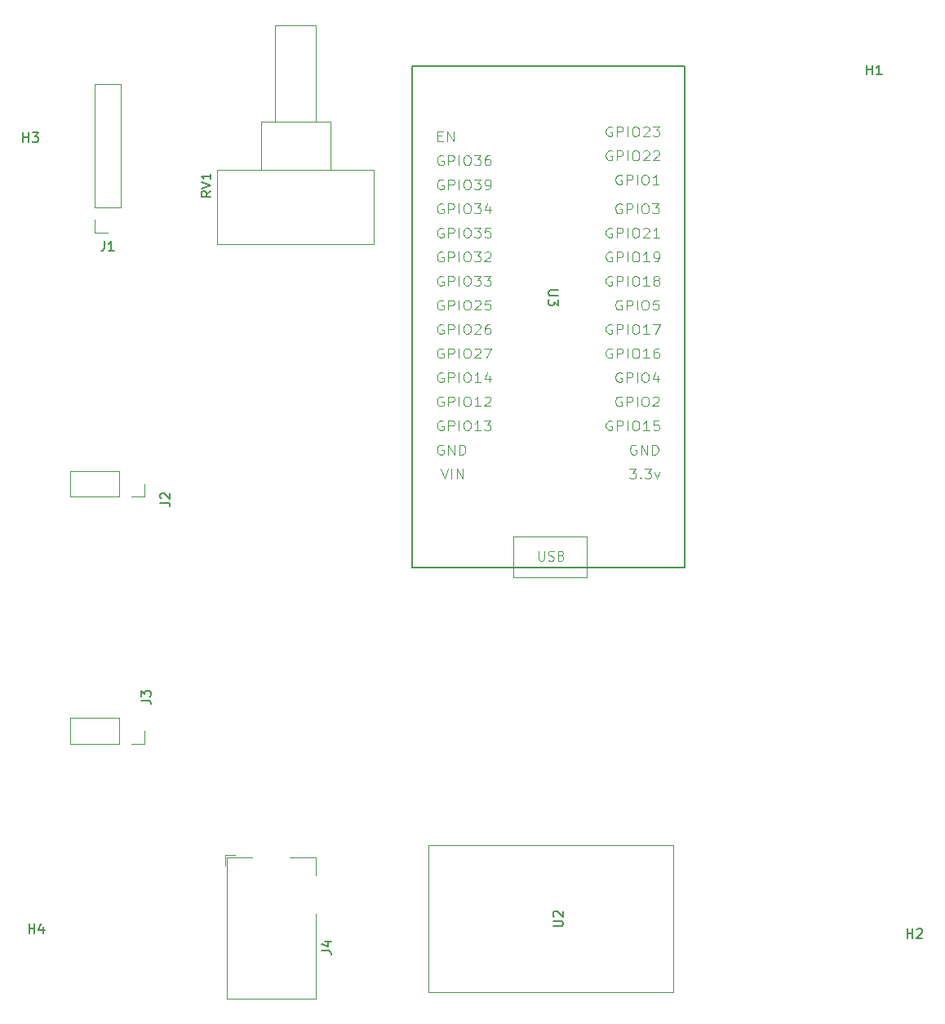
<source format=gbr>
%TF.GenerationSoftware,KiCad,Pcbnew,9.0.6*%
%TF.CreationDate,2025-11-27T10:25:12-05:00*%
%TF.ProjectId,Proyecto 2,50726f79-6563-4746-9f20-322e6b696361,rev?*%
%TF.SameCoordinates,Original*%
%TF.FileFunction,Legend,Top*%
%TF.FilePolarity,Positive*%
%FSLAX46Y46*%
G04 Gerber Fmt 4.6, Leading zero omitted, Abs format (unit mm)*
G04 Created by KiCad (PCBNEW 9.0.6) date 2025-11-27 10:25:12*
%MOMM*%
%LPD*%
G01*
G04 APERTURE LIST*
%ADD10C,0.150000*%
%ADD11C,0.100000*%
%ADD12C,0.120000*%
%ADD13C,0.200000*%
G04 APERTURE END LIST*
D10*
X201238095Y-36954819D02*
X201238095Y-35954819D01*
X201238095Y-36431009D02*
X201809523Y-36431009D01*
X201809523Y-36954819D02*
X201809523Y-35954819D01*
X202809523Y-36954819D02*
X202238095Y-36954819D01*
X202523809Y-36954819D02*
X202523809Y-35954819D01*
X202523809Y-35954819D02*
X202428571Y-36097676D01*
X202428571Y-36097676D02*
X202333333Y-36192914D01*
X202333333Y-36192914D02*
X202238095Y-36240533D01*
X114338095Y-126004819D02*
X114338095Y-125004819D01*
X114338095Y-125481009D02*
X114909523Y-125481009D01*
X114909523Y-126004819D02*
X114909523Y-125004819D01*
X115814285Y-125338152D02*
X115814285Y-126004819D01*
X115576190Y-124957200D02*
X115338095Y-125671485D01*
X115338095Y-125671485D02*
X115957142Y-125671485D01*
X205438095Y-126504819D02*
X205438095Y-125504819D01*
X205438095Y-125981009D02*
X206009523Y-125981009D01*
X206009523Y-126504819D02*
X206009523Y-125504819D01*
X206438095Y-125600057D02*
X206485714Y-125552438D01*
X206485714Y-125552438D02*
X206580952Y-125504819D01*
X206580952Y-125504819D02*
X206819047Y-125504819D01*
X206819047Y-125504819D02*
X206914285Y-125552438D01*
X206914285Y-125552438D02*
X206961904Y-125600057D01*
X206961904Y-125600057D02*
X207009523Y-125695295D01*
X207009523Y-125695295D02*
X207009523Y-125790533D01*
X207009523Y-125790533D02*
X206961904Y-125933390D01*
X206961904Y-125933390D02*
X206390476Y-126504819D01*
X206390476Y-126504819D02*
X207009523Y-126504819D01*
X113738095Y-43954819D02*
X113738095Y-42954819D01*
X113738095Y-43431009D02*
X114309523Y-43431009D01*
X114309523Y-43954819D02*
X114309523Y-42954819D01*
X114690476Y-42954819D02*
X115309523Y-42954819D01*
X115309523Y-42954819D02*
X114976190Y-43335771D01*
X114976190Y-43335771D02*
X115119047Y-43335771D01*
X115119047Y-43335771D02*
X115214285Y-43383390D01*
X115214285Y-43383390D02*
X115261904Y-43431009D01*
X115261904Y-43431009D02*
X115309523Y-43526247D01*
X115309523Y-43526247D02*
X115309523Y-43764342D01*
X115309523Y-43764342D02*
X115261904Y-43859580D01*
X115261904Y-43859580D02*
X115214285Y-43907200D01*
X115214285Y-43907200D02*
X115119047Y-43954819D01*
X115119047Y-43954819D02*
X114833333Y-43954819D01*
X114833333Y-43954819D02*
X114738095Y-43907200D01*
X114738095Y-43907200D02*
X114690476Y-43859580D01*
X168724819Y-125261904D02*
X169534342Y-125261904D01*
X169534342Y-125261904D02*
X169629580Y-125214285D01*
X169629580Y-125214285D02*
X169677200Y-125166666D01*
X169677200Y-125166666D02*
X169724819Y-125071428D01*
X169724819Y-125071428D02*
X169724819Y-124880952D01*
X169724819Y-124880952D02*
X169677200Y-124785714D01*
X169677200Y-124785714D02*
X169629580Y-124738095D01*
X169629580Y-124738095D02*
X169534342Y-124690476D01*
X169534342Y-124690476D02*
X168724819Y-124690476D01*
X168820057Y-124261904D02*
X168772438Y-124214285D01*
X168772438Y-124214285D02*
X168724819Y-124119047D01*
X168724819Y-124119047D02*
X168724819Y-123880952D01*
X168724819Y-123880952D02*
X168772438Y-123785714D01*
X168772438Y-123785714D02*
X168820057Y-123738095D01*
X168820057Y-123738095D02*
X168915295Y-123690476D01*
X168915295Y-123690476D02*
X169010533Y-123690476D01*
X169010533Y-123690476D02*
X169153390Y-123738095D01*
X169153390Y-123738095D02*
X169724819Y-124309523D01*
X169724819Y-124309523D02*
X169724819Y-123690476D01*
X133200409Y-49018716D02*
X132724218Y-49352049D01*
X133200409Y-49590144D02*
X132200409Y-49590144D01*
X132200409Y-49590144D02*
X132200409Y-49209192D01*
X132200409Y-49209192D02*
X132248028Y-49113954D01*
X132248028Y-49113954D02*
X132295647Y-49066335D01*
X132295647Y-49066335D02*
X132390885Y-49018716D01*
X132390885Y-49018716D02*
X132533742Y-49018716D01*
X132533742Y-49018716D02*
X132628980Y-49066335D01*
X132628980Y-49066335D02*
X132676599Y-49113954D01*
X132676599Y-49113954D02*
X132724218Y-49209192D01*
X132724218Y-49209192D02*
X132724218Y-49590144D01*
X132200409Y-48733001D02*
X133200409Y-48399668D01*
X133200409Y-48399668D02*
X132200409Y-48066335D01*
X133200409Y-47209192D02*
X133200409Y-47780620D01*
X133200409Y-47494906D02*
X132200409Y-47494906D01*
X132200409Y-47494906D02*
X132343266Y-47590144D01*
X132343266Y-47590144D02*
X132438504Y-47685382D01*
X132438504Y-47685382D02*
X132486123Y-47780620D01*
X127954819Y-81333333D02*
X128669104Y-81333333D01*
X128669104Y-81333333D02*
X128811961Y-81380952D01*
X128811961Y-81380952D02*
X128907200Y-81476190D01*
X128907200Y-81476190D02*
X128954819Y-81619047D01*
X128954819Y-81619047D02*
X128954819Y-81714285D01*
X128050057Y-80904761D02*
X128002438Y-80857142D01*
X128002438Y-80857142D02*
X127954819Y-80761904D01*
X127954819Y-80761904D02*
X127954819Y-80523809D01*
X127954819Y-80523809D02*
X128002438Y-80428571D01*
X128002438Y-80428571D02*
X128050057Y-80380952D01*
X128050057Y-80380952D02*
X128145295Y-80333333D01*
X128145295Y-80333333D02*
X128240533Y-80333333D01*
X128240533Y-80333333D02*
X128383390Y-80380952D01*
X128383390Y-80380952D02*
X128954819Y-80952380D01*
X128954819Y-80952380D02*
X128954819Y-80333333D01*
X122166666Y-54224819D02*
X122166666Y-54939104D01*
X122166666Y-54939104D02*
X122119047Y-55081961D01*
X122119047Y-55081961D02*
X122023809Y-55177200D01*
X122023809Y-55177200D02*
X121880952Y-55224819D01*
X121880952Y-55224819D02*
X121785714Y-55224819D01*
X123166666Y-55224819D02*
X122595238Y-55224819D01*
X122880952Y-55224819D02*
X122880952Y-54224819D01*
X122880952Y-54224819D02*
X122785714Y-54367676D01*
X122785714Y-54367676D02*
X122690476Y-54462914D01*
X122690476Y-54462914D02*
X122595238Y-54510533D01*
X144704819Y-127783333D02*
X145419104Y-127783333D01*
X145419104Y-127783333D02*
X145561961Y-127830952D01*
X145561961Y-127830952D02*
X145657200Y-127926190D01*
X145657200Y-127926190D02*
X145704819Y-128069047D01*
X145704819Y-128069047D02*
X145704819Y-128164285D01*
X145038152Y-126878571D02*
X145704819Y-126878571D01*
X144657200Y-127116666D02*
X145371485Y-127354761D01*
X145371485Y-127354761D02*
X145371485Y-126735714D01*
X125954819Y-101833333D02*
X126669104Y-101833333D01*
X126669104Y-101833333D02*
X126811961Y-101880952D01*
X126811961Y-101880952D02*
X126907200Y-101976190D01*
X126907200Y-101976190D02*
X126954819Y-102119047D01*
X126954819Y-102119047D02*
X126954819Y-102214285D01*
X125954819Y-101452380D02*
X125954819Y-100833333D01*
X125954819Y-100833333D02*
X126335771Y-101166666D01*
X126335771Y-101166666D02*
X126335771Y-101023809D01*
X126335771Y-101023809D02*
X126383390Y-100928571D01*
X126383390Y-100928571D02*
X126431009Y-100880952D01*
X126431009Y-100880952D02*
X126526247Y-100833333D01*
X126526247Y-100833333D02*
X126764342Y-100833333D01*
X126764342Y-100833333D02*
X126859580Y-100880952D01*
X126859580Y-100880952D02*
X126907200Y-100928571D01*
X126907200Y-100928571D02*
X126954819Y-101023809D01*
X126954819Y-101023809D02*
X126954819Y-101309523D01*
X126954819Y-101309523D02*
X126907200Y-101404761D01*
X126907200Y-101404761D02*
X126859580Y-101452380D01*
X169229235Y-59304999D02*
X168419712Y-59304999D01*
X168419712Y-59304999D02*
X168324474Y-59352618D01*
X168324474Y-59352618D02*
X168276855Y-59400237D01*
X168276855Y-59400237D02*
X168229235Y-59495475D01*
X168229235Y-59495475D02*
X168229235Y-59685951D01*
X168229235Y-59685951D02*
X168276855Y-59781189D01*
X168276855Y-59781189D02*
X168324474Y-59828808D01*
X168324474Y-59828808D02*
X168419712Y-59876427D01*
X168419712Y-59876427D02*
X169229235Y-59876427D01*
X169229235Y-60257380D02*
X169229235Y-60876427D01*
X169229235Y-60876427D02*
X168848283Y-60543094D01*
X168848283Y-60543094D02*
X168848283Y-60685951D01*
X168848283Y-60685951D02*
X168800664Y-60781189D01*
X168800664Y-60781189D02*
X168753045Y-60828808D01*
X168753045Y-60828808D02*
X168657807Y-60876427D01*
X168657807Y-60876427D02*
X168419712Y-60876427D01*
X168419712Y-60876427D02*
X168324474Y-60828808D01*
X168324474Y-60828808D02*
X168276855Y-60781189D01*
X168276855Y-60781189D02*
X168229235Y-60685951D01*
X168229235Y-60685951D02*
X168229235Y-60400237D01*
X168229235Y-60400237D02*
X168276855Y-60304999D01*
X168276855Y-60304999D02*
X168324474Y-60257380D01*
D11*
X175815479Y-50382129D02*
X175710717Y-50334510D01*
X175710717Y-50334510D02*
X175553574Y-50334510D01*
X175553574Y-50334510D02*
X175396431Y-50382129D01*
X175396431Y-50382129D02*
X175291669Y-50477367D01*
X175291669Y-50477367D02*
X175239288Y-50572605D01*
X175239288Y-50572605D02*
X175186907Y-50763081D01*
X175186907Y-50763081D02*
X175186907Y-50905938D01*
X175186907Y-50905938D02*
X175239288Y-51096414D01*
X175239288Y-51096414D02*
X175291669Y-51191652D01*
X175291669Y-51191652D02*
X175396431Y-51286891D01*
X175396431Y-51286891D02*
X175553574Y-51334510D01*
X175553574Y-51334510D02*
X175658336Y-51334510D01*
X175658336Y-51334510D02*
X175815479Y-51286891D01*
X175815479Y-51286891D02*
X175867860Y-51239271D01*
X175867860Y-51239271D02*
X175867860Y-50905938D01*
X175867860Y-50905938D02*
X175658336Y-50905938D01*
X176339288Y-51334510D02*
X176339288Y-50334510D01*
X176339288Y-50334510D02*
X176758336Y-50334510D01*
X176758336Y-50334510D02*
X176863098Y-50382129D01*
X176863098Y-50382129D02*
X176915479Y-50429748D01*
X176915479Y-50429748D02*
X176967860Y-50524986D01*
X176967860Y-50524986D02*
X176967860Y-50667843D01*
X176967860Y-50667843D02*
X176915479Y-50763081D01*
X176915479Y-50763081D02*
X176863098Y-50810700D01*
X176863098Y-50810700D02*
X176758336Y-50858319D01*
X176758336Y-50858319D02*
X176339288Y-50858319D01*
X177439288Y-51334510D02*
X177439288Y-50334510D01*
X178172622Y-50334510D02*
X178382146Y-50334510D01*
X178382146Y-50334510D02*
X178486908Y-50382129D01*
X178486908Y-50382129D02*
X178591670Y-50477367D01*
X178591670Y-50477367D02*
X178644051Y-50667843D01*
X178644051Y-50667843D02*
X178644051Y-51001176D01*
X178644051Y-51001176D02*
X178591670Y-51191652D01*
X178591670Y-51191652D02*
X178486908Y-51286891D01*
X178486908Y-51286891D02*
X178382146Y-51334510D01*
X178382146Y-51334510D02*
X178172622Y-51334510D01*
X178172622Y-51334510D02*
X178067860Y-51286891D01*
X178067860Y-51286891D02*
X177963098Y-51191652D01*
X177963098Y-51191652D02*
X177910717Y-51001176D01*
X177910717Y-51001176D02*
X177910717Y-50667843D01*
X177910717Y-50667843D02*
X177963098Y-50477367D01*
X177963098Y-50477367D02*
X178067860Y-50382129D01*
X178067860Y-50382129D02*
X178172622Y-50334510D01*
X179010717Y-50334510D02*
X179691670Y-50334510D01*
X179691670Y-50334510D02*
X179325003Y-50715462D01*
X179325003Y-50715462D02*
X179482146Y-50715462D01*
X179482146Y-50715462D02*
X179586908Y-50763081D01*
X179586908Y-50763081D02*
X179639289Y-50810700D01*
X179639289Y-50810700D02*
X179691670Y-50905938D01*
X179691670Y-50905938D02*
X179691670Y-51144033D01*
X179691670Y-51144033D02*
X179639289Y-51239271D01*
X179639289Y-51239271D02*
X179586908Y-51286891D01*
X179586908Y-51286891D02*
X179482146Y-51334510D01*
X179482146Y-51334510D02*
X179167860Y-51334510D01*
X179167860Y-51334510D02*
X179063098Y-51286891D01*
X179063098Y-51286891D02*
X179010717Y-51239271D01*
X156739288Y-43310700D02*
X157105955Y-43310700D01*
X157263098Y-43834510D02*
X156739288Y-43834510D01*
X156739288Y-43834510D02*
X156739288Y-42834510D01*
X156739288Y-42834510D02*
X157263098Y-42834510D01*
X157734526Y-43834510D02*
X157734526Y-42834510D01*
X157734526Y-42834510D02*
X158363098Y-43834510D01*
X158363098Y-43834510D02*
X158363098Y-42834510D01*
X174815479Y-65382129D02*
X174710717Y-65334510D01*
X174710717Y-65334510D02*
X174553574Y-65334510D01*
X174553574Y-65334510D02*
X174396431Y-65382129D01*
X174396431Y-65382129D02*
X174291669Y-65477367D01*
X174291669Y-65477367D02*
X174239288Y-65572605D01*
X174239288Y-65572605D02*
X174186907Y-65763081D01*
X174186907Y-65763081D02*
X174186907Y-65905938D01*
X174186907Y-65905938D02*
X174239288Y-66096414D01*
X174239288Y-66096414D02*
X174291669Y-66191652D01*
X174291669Y-66191652D02*
X174396431Y-66286891D01*
X174396431Y-66286891D02*
X174553574Y-66334510D01*
X174553574Y-66334510D02*
X174658336Y-66334510D01*
X174658336Y-66334510D02*
X174815479Y-66286891D01*
X174815479Y-66286891D02*
X174867860Y-66239271D01*
X174867860Y-66239271D02*
X174867860Y-65905938D01*
X174867860Y-65905938D02*
X174658336Y-65905938D01*
X175339288Y-66334510D02*
X175339288Y-65334510D01*
X175339288Y-65334510D02*
X175758336Y-65334510D01*
X175758336Y-65334510D02*
X175863098Y-65382129D01*
X175863098Y-65382129D02*
X175915479Y-65429748D01*
X175915479Y-65429748D02*
X175967860Y-65524986D01*
X175967860Y-65524986D02*
X175967860Y-65667843D01*
X175967860Y-65667843D02*
X175915479Y-65763081D01*
X175915479Y-65763081D02*
X175863098Y-65810700D01*
X175863098Y-65810700D02*
X175758336Y-65858319D01*
X175758336Y-65858319D02*
X175339288Y-65858319D01*
X176439288Y-66334510D02*
X176439288Y-65334510D01*
X177172622Y-65334510D02*
X177382146Y-65334510D01*
X177382146Y-65334510D02*
X177486908Y-65382129D01*
X177486908Y-65382129D02*
X177591670Y-65477367D01*
X177591670Y-65477367D02*
X177644051Y-65667843D01*
X177644051Y-65667843D02*
X177644051Y-66001176D01*
X177644051Y-66001176D02*
X177591670Y-66191652D01*
X177591670Y-66191652D02*
X177486908Y-66286891D01*
X177486908Y-66286891D02*
X177382146Y-66334510D01*
X177382146Y-66334510D02*
X177172622Y-66334510D01*
X177172622Y-66334510D02*
X177067860Y-66286891D01*
X177067860Y-66286891D02*
X176963098Y-66191652D01*
X176963098Y-66191652D02*
X176910717Y-66001176D01*
X176910717Y-66001176D02*
X176910717Y-65667843D01*
X176910717Y-65667843D02*
X176963098Y-65477367D01*
X176963098Y-65477367D02*
X177067860Y-65382129D01*
X177067860Y-65382129D02*
X177172622Y-65334510D01*
X178691670Y-66334510D02*
X178063098Y-66334510D01*
X178377384Y-66334510D02*
X178377384Y-65334510D01*
X178377384Y-65334510D02*
X178272622Y-65477367D01*
X178272622Y-65477367D02*
X178167860Y-65572605D01*
X178167860Y-65572605D02*
X178063098Y-65620224D01*
X179634527Y-65334510D02*
X179425003Y-65334510D01*
X179425003Y-65334510D02*
X179320241Y-65382129D01*
X179320241Y-65382129D02*
X179267860Y-65429748D01*
X179267860Y-65429748D02*
X179163098Y-65572605D01*
X179163098Y-65572605D02*
X179110717Y-65763081D01*
X179110717Y-65763081D02*
X179110717Y-66144033D01*
X179110717Y-66144033D02*
X179163098Y-66239271D01*
X179163098Y-66239271D02*
X179215479Y-66286891D01*
X179215479Y-66286891D02*
X179320241Y-66334510D01*
X179320241Y-66334510D02*
X179529765Y-66334510D01*
X179529765Y-66334510D02*
X179634527Y-66286891D01*
X179634527Y-66286891D02*
X179686908Y-66239271D01*
X179686908Y-66239271D02*
X179739289Y-66144033D01*
X179739289Y-66144033D02*
X179739289Y-65905938D01*
X179739289Y-65905938D02*
X179686908Y-65810700D01*
X179686908Y-65810700D02*
X179634527Y-65763081D01*
X179634527Y-65763081D02*
X179529765Y-65715462D01*
X179529765Y-65715462D02*
X179320241Y-65715462D01*
X179320241Y-65715462D02*
X179215479Y-65763081D01*
X179215479Y-65763081D02*
X179163098Y-65810700D01*
X179163098Y-65810700D02*
X179110717Y-65905938D01*
X174815479Y-62882129D02*
X174710717Y-62834510D01*
X174710717Y-62834510D02*
X174553574Y-62834510D01*
X174553574Y-62834510D02*
X174396431Y-62882129D01*
X174396431Y-62882129D02*
X174291669Y-62977367D01*
X174291669Y-62977367D02*
X174239288Y-63072605D01*
X174239288Y-63072605D02*
X174186907Y-63263081D01*
X174186907Y-63263081D02*
X174186907Y-63405938D01*
X174186907Y-63405938D02*
X174239288Y-63596414D01*
X174239288Y-63596414D02*
X174291669Y-63691652D01*
X174291669Y-63691652D02*
X174396431Y-63786891D01*
X174396431Y-63786891D02*
X174553574Y-63834510D01*
X174553574Y-63834510D02*
X174658336Y-63834510D01*
X174658336Y-63834510D02*
X174815479Y-63786891D01*
X174815479Y-63786891D02*
X174867860Y-63739271D01*
X174867860Y-63739271D02*
X174867860Y-63405938D01*
X174867860Y-63405938D02*
X174658336Y-63405938D01*
X175339288Y-63834510D02*
X175339288Y-62834510D01*
X175339288Y-62834510D02*
X175758336Y-62834510D01*
X175758336Y-62834510D02*
X175863098Y-62882129D01*
X175863098Y-62882129D02*
X175915479Y-62929748D01*
X175915479Y-62929748D02*
X175967860Y-63024986D01*
X175967860Y-63024986D02*
X175967860Y-63167843D01*
X175967860Y-63167843D02*
X175915479Y-63263081D01*
X175915479Y-63263081D02*
X175863098Y-63310700D01*
X175863098Y-63310700D02*
X175758336Y-63358319D01*
X175758336Y-63358319D02*
X175339288Y-63358319D01*
X176439288Y-63834510D02*
X176439288Y-62834510D01*
X177172622Y-62834510D02*
X177382146Y-62834510D01*
X177382146Y-62834510D02*
X177486908Y-62882129D01*
X177486908Y-62882129D02*
X177591670Y-62977367D01*
X177591670Y-62977367D02*
X177644051Y-63167843D01*
X177644051Y-63167843D02*
X177644051Y-63501176D01*
X177644051Y-63501176D02*
X177591670Y-63691652D01*
X177591670Y-63691652D02*
X177486908Y-63786891D01*
X177486908Y-63786891D02*
X177382146Y-63834510D01*
X177382146Y-63834510D02*
X177172622Y-63834510D01*
X177172622Y-63834510D02*
X177067860Y-63786891D01*
X177067860Y-63786891D02*
X176963098Y-63691652D01*
X176963098Y-63691652D02*
X176910717Y-63501176D01*
X176910717Y-63501176D02*
X176910717Y-63167843D01*
X176910717Y-63167843D02*
X176963098Y-62977367D01*
X176963098Y-62977367D02*
X177067860Y-62882129D01*
X177067860Y-62882129D02*
X177172622Y-62834510D01*
X178691670Y-63834510D02*
X178063098Y-63834510D01*
X178377384Y-63834510D02*
X178377384Y-62834510D01*
X178377384Y-62834510D02*
X178272622Y-62977367D01*
X178272622Y-62977367D02*
X178167860Y-63072605D01*
X178167860Y-63072605D02*
X178063098Y-63120224D01*
X179058336Y-62834510D02*
X179791670Y-62834510D01*
X179791670Y-62834510D02*
X179320241Y-63834510D01*
X174815479Y-44882129D02*
X174710717Y-44834510D01*
X174710717Y-44834510D02*
X174553574Y-44834510D01*
X174553574Y-44834510D02*
X174396431Y-44882129D01*
X174396431Y-44882129D02*
X174291669Y-44977367D01*
X174291669Y-44977367D02*
X174239288Y-45072605D01*
X174239288Y-45072605D02*
X174186907Y-45263081D01*
X174186907Y-45263081D02*
X174186907Y-45405938D01*
X174186907Y-45405938D02*
X174239288Y-45596414D01*
X174239288Y-45596414D02*
X174291669Y-45691652D01*
X174291669Y-45691652D02*
X174396431Y-45786891D01*
X174396431Y-45786891D02*
X174553574Y-45834510D01*
X174553574Y-45834510D02*
X174658336Y-45834510D01*
X174658336Y-45834510D02*
X174815479Y-45786891D01*
X174815479Y-45786891D02*
X174867860Y-45739271D01*
X174867860Y-45739271D02*
X174867860Y-45405938D01*
X174867860Y-45405938D02*
X174658336Y-45405938D01*
X175339288Y-45834510D02*
X175339288Y-44834510D01*
X175339288Y-44834510D02*
X175758336Y-44834510D01*
X175758336Y-44834510D02*
X175863098Y-44882129D01*
X175863098Y-44882129D02*
X175915479Y-44929748D01*
X175915479Y-44929748D02*
X175967860Y-45024986D01*
X175967860Y-45024986D02*
X175967860Y-45167843D01*
X175967860Y-45167843D02*
X175915479Y-45263081D01*
X175915479Y-45263081D02*
X175863098Y-45310700D01*
X175863098Y-45310700D02*
X175758336Y-45358319D01*
X175758336Y-45358319D02*
X175339288Y-45358319D01*
X176439288Y-45834510D02*
X176439288Y-44834510D01*
X177172622Y-44834510D02*
X177382146Y-44834510D01*
X177382146Y-44834510D02*
X177486908Y-44882129D01*
X177486908Y-44882129D02*
X177591670Y-44977367D01*
X177591670Y-44977367D02*
X177644051Y-45167843D01*
X177644051Y-45167843D02*
X177644051Y-45501176D01*
X177644051Y-45501176D02*
X177591670Y-45691652D01*
X177591670Y-45691652D02*
X177486908Y-45786891D01*
X177486908Y-45786891D02*
X177382146Y-45834510D01*
X177382146Y-45834510D02*
X177172622Y-45834510D01*
X177172622Y-45834510D02*
X177067860Y-45786891D01*
X177067860Y-45786891D02*
X176963098Y-45691652D01*
X176963098Y-45691652D02*
X176910717Y-45501176D01*
X176910717Y-45501176D02*
X176910717Y-45167843D01*
X176910717Y-45167843D02*
X176963098Y-44977367D01*
X176963098Y-44977367D02*
X177067860Y-44882129D01*
X177067860Y-44882129D02*
X177172622Y-44834510D01*
X178063098Y-44929748D02*
X178115479Y-44882129D01*
X178115479Y-44882129D02*
X178220241Y-44834510D01*
X178220241Y-44834510D02*
X178482146Y-44834510D01*
X178482146Y-44834510D02*
X178586908Y-44882129D01*
X178586908Y-44882129D02*
X178639289Y-44929748D01*
X178639289Y-44929748D02*
X178691670Y-45024986D01*
X178691670Y-45024986D02*
X178691670Y-45120224D01*
X178691670Y-45120224D02*
X178639289Y-45263081D01*
X178639289Y-45263081D02*
X178010717Y-45834510D01*
X178010717Y-45834510D02*
X178691670Y-45834510D01*
X179110717Y-44929748D02*
X179163098Y-44882129D01*
X179163098Y-44882129D02*
X179267860Y-44834510D01*
X179267860Y-44834510D02*
X179529765Y-44834510D01*
X179529765Y-44834510D02*
X179634527Y-44882129D01*
X179634527Y-44882129D02*
X179686908Y-44929748D01*
X179686908Y-44929748D02*
X179739289Y-45024986D01*
X179739289Y-45024986D02*
X179739289Y-45120224D01*
X179739289Y-45120224D02*
X179686908Y-45263081D01*
X179686908Y-45263081D02*
X179058336Y-45834510D01*
X179058336Y-45834510D02*
X179739289Y-45834510D01*
X157315479Y-55382129D02*
X157210717Y-55334510D01*
X157210717Y-55334510D02*
X157053574Y-55334510D01*
X157053574Y-55334510D02*
X156896431Y-55382129D01*
X156896431Y-55382129D02*
X156791669Y-55477367D01*
X156791669Y-55477367D02*
X156739288Y-55572605D01*
X156739288Y-55572605D02*
X156686907Y-55763081D01*
X156686907Y-55763081D02*
X156686907Y-55905938D01*
X156686907Y-55905938D02*
X156739288Y-56096414D01*
X156739288Y-56096414D02*
X156791669Y-56191652D01*
X156791669Y-56191652D02*
X156896431Y-56286891D01*
X156896431Y-56286891D02*
X157053574Y-56334510D01*
X157053574Y-56334510D02*
X157158336Y-56334510D01*
X157158336Y-56334510D02*
X157315479Y-56286891D01*
X157315479Y-56286891D02*
X157367860Y-56239271D01*
X157367860Y-56239271D02*
X157367860Y-55905938D01*
X157367860Y-55905938D02*
X157158336Y-55905938D01*
X157839288Y-56334510D02*
X157839288Y-55334510D01*
X157839288Y-55334510D02*
X158258336Y-55334510D01*
X158258336Y-55334510D02*
X158363098Y-55382129D01*
X158363098Y-55382129D02*
X158415479Y-55429748D01*
X158415479Y-55429748D02*
X158467860Y-55524986D01*
X158467860Y-55524986D02*
X158467860Y-55667843D01*
X158467860Y-55667843D02*
X158415479Y-55763081D01*
X158415479Y-55763081D02*
X158363098Y-55810700D01*
X158363098Y-55810700D02*
X158258336Y-55858319D01*
X158258336Y-55858319D02*
X157839288Y-55858319D01*
X158939288Y-56334510D02*
X158939288Y-55334510D01*
X159672622Y-55334510D02*
X159882146Y-55334510D01*
X159882146Y-55334510D02*
X159986908Y-55382129D01*
X159986908Y-55382129D02*
X160091670Y-55477367D01*
X160091670Y-55477367D02*
X160144051Y-55667843D01*
X160144051Y-55667843D02*
X160144051Y-56001176D01*
X160144051Y-56001176D02*
X160091670Y-56191652D01*
X160091670Y-56191652D02*
X159986908Y-56286891D01*
X159986908Y-56286891D02*
X159882146Y-56334510D01*
X159882146Y-56334510D02*
X159672622Y-56334510D01*
X159672622Y-56334510D02*
X159567860Y-56286891D01*
X159567860Y-56286891D02*
X159463098Y-56191652D01*
X159463098Y-56191652D02*
X159410717Y-56001176D01*
X159410717Y-56001176D02*
X159410717Y-55667843D01*
X159410717Y-55667843D02*
X159463098Y-55477367D01*
X159463098Y-55477367D02*
X159567860Y-55382129D01*
X159567860Y-55382129D02*
X159672622Y-55334510D01*
X160510717Y-55334510D02*
X161191670Y-55334510D01*
X161191670Y-55334510D02*
X160825003Y-55715462D01*
X160825003Y-55715462D02*
X160982146Y-55715462D01*
X160982146Y-55715462D02*
X161086908Y-55763081D01*
X161086908Y-55763081D02*
X161139289Y-55810700D01*
X161139289Y-55810700D02*
X161191670Y-55905938D01*
X161191670Y-55905938D02*
X161191670Y-56144033D01*
X161191670Y-56144033D02*
X161139289Y-56239271D01*
X161139289Y-56239271D02*
X161086908Y-56286891D01*
X161086908Y-56286891D02*
X160982146Y-56334510D01*
X160982146Y-56334510D02*
X160667860Y-56334510D01*
X160667860Y-56334510D02*
X160563098Y-56286891D01*
X160563098Y-56286891D02*
X160510717Y-56239271D01*
X161610717Y-55429748D02*
X161663098Y-55382129D01*
X161663098Y-55382129D02*
X161767860Y-55334510D01*
X161767860Y-55334510D02*
X162029765Y-55334510D01*
X162029765Y-55334510D02*
X162134527Y-55382129D01*
X162134527Y-55382129D02*
X162186908Y-55429748D01*
X162186908Y-55429748D02*
X162239289Y-55524986D01*
X162239289Y-55524986D02*
X162239289Y-55620224D01*
X162239289Y-55620224D02*
X162186908Y-55763081D01*
X162186908Y-55763081D02*
X161558336Y-56334510D01*
X161558336Y-56334510D02*
X162239289Y-56334510D01*
X174815479Y-52882129D02*
X174710717Y-52834510D01*
X174710717Y-52834510D02*
X174553574Y-52834510D01*
X174553574Y-52834510D02*
X174396431Y-52882129D01*
X174396431Y-52882129D02*
X174291669Y-52977367D01*
X174291669Y-52977367D02*
X174239288Y-53072605D01*
X174239288Y-53072605D02*
X174186907Y-53263081D01*
X174186907Y-53263081D02*
X174186907Y-53405938D01*
X174186907Y-53405938D02*
X174239288Y-53596414D01*
X174239288Y-53596414D02*
X174291669Y-53691652D01*
X174291669Y-53691652D02*
X174396431Y-53786891D01*
X174396431Y-53786891D02*
X174553574Y-53834510D01*
X174553574Y-53834510D02*
X174658336Y-53834510D01*
X174658336Y-53834510D02*
X174815479Y-53786891D01*
X174815479Y-53786891D02*
X174867860Y-53739271D01*
X174867860Y-53739271D02*
X174867860Y-53405938D01*
X174867860Y-53405938D02*
X174658336Y-53405938D01*
X175339288Y-53834510D02*
X175339288Y-52834510D01*
X175339288Y-52834510D02*
X175758336Y-52834510D01*
X175758336Y-52834510D02*
X175863098Y-52882129D01*
X175863098Y-52882129D02*
X175915479Y-52929748D01*
X175915479Y-52929748D02*
X175967860Y-53024986D01*
X175967860Y-53024986D02*
X175967860Y-53167843D01*
X175967860Y-53167843D02*
X175915479Y-53263081D01*
X175915479Y-53263081D02*
X175863098Y-53310700D01*
X175863098Y-53310700D02*
X175758336Y-53358319D01*
X175758336Y-53358319D02*
X175339288Y-53358319D01*
X176439288Y-53834510D02*
X176439288Y-52834510D01*
X177172622Y-52834510D02*
X177382146Y-52834510D01*
X177382146Y-52834510D02*
X177486908Y-52882129D01*
X177486908Y-52882129D02*
X177591670Y-52977367D01*
X177591670Y-52977367D02*
X177644051Y-53167843D01*
X177644051Y-53167843D02*
X177644051Y-53501176D01*
X177644051Y-53501176D02*
X177591670Y-53691652D01*
X177591670Y-53691652D02*
X177486908Y-53786891D01*
X177486908Y-53786891D02*
X177382146Y-53834510D01*
X177382146Y-53834510D02*
X177172622Y-53834510D01*
X177172622Y-53834510D02*
X177067860Y-53786891D01*
X177067860Y-53786891D02*
X176963098Y-53691652D01*
X176963098Y-53691652D02*
X176910717Y-53501176D01*
X176910717Y-53501176D02*
X176910717Y-53167843D01*
X176910717Y-53167843D02*
X176963098Y-52977367D01*
X176963098Y-52977367D02*
X177067860Y-52882129D01*
X177067860Y-52882129D02*
X177172622Y-52834510D01*
X178063098Y-52929748D02*
X178115479Y-52882129D01*
X178115479Y-52882129D02*
X178220241Y-52834510D01*
X178220241Y-52834510D02*
X178482146Y-52834510D01*
X178482146Y-52834510D02*
X178586908Y-52882129D01*
X178586908Y-52882129D02*
X178639289Y-52929748D01*
X178639289Y-52929748D02*
X178691670Y-53024986D01*
X178691670Y-53024986D02*
X178691670Y-53120224D01*
X178691670Y-53120224D02*
X178639289Y-53263081D01*
X178639289Y-53263081D02*
X178010717Y-53834510D01*
X178010717Y-53834510D02*
X178691670Y-53834510D01*
X179739289Y-53834510D02*
X179110717Y-53834510D01*
X179425003Y-53834510D02*
X179425003Y-52834510D01*
X179425003Y-52834510D02*
X179320241Y-52977367D01*
X179320241Y-52977367D02*
X179215479Y-53072605D01*
X179215479Y-53072605D02*
X179110717Y-53120224D01*
X175815479Y-67882129D02*
X175710717Y-67834510D01*
X175710717Y-67834510D02*
X175553574Y-67834510D01*
X175553574Y-67834510D02*
X175396431Y-67882129D01*
X175396431Y-67882129D02*
X175291669Y-67977367D01*
X175291669Y-67977367D02*
X175239288Y-68072605D01*
X175239288Y-68072605D02*
X175186907Y-68263081D01*
X175186907Y-68263081D02*
X175186907Y-68405938D01*
X175186907Y-68405938D02*
X175239288Y-68596414D01*
X175239288Y-68596414D02*
X175291669Y-68691652D01*
X175291669Y-68691652D02*
X175396431Y-68786891D01*
X175396431Y-68786891D02*
X175553574Y-68834510D01*
X175553574Y-68834510D02*
X175658336Y-68834510D01*
X175658336Y-68834510D02*
X175815479Y-68786891D01*
X175815479Y-68786891D02*
X175867860Y-68739271D01*
X175867860Y-68739271D02*
X175867860Y-68405938D01*
X175867860Y-68405938D02*
X175658336Y-68405938D01*
X176339288Y-68834510D02*
X176339288Y-67834510D01*
X176339288Y-67834510D02*
X176758336Y-67834510D01*
X176758336Y-67834510D02*
X176863098Y-67882129D01*
X176863098Y-67882129D02*
X176915479Y-67929748D01*
X176915479Y-67929748D02*
X176967860Y-68024986D01*
X176967860Y-68024986D02*
X176967860Y-68167843D01*
X176967860Y-68167843D02*
X176915479Y-68263081D01*
X176915479Y-68263081D02*
X176863098Y-68310700D01*
X176863098Y-68310700D02*
X176758336Y-68358319D01*
X176758336Y-68358319D02*
X176339288Y-68358319D01*
X177439288Y-68834510D02*
X177439288Y-67834510D01*
X178172622Y-67834510D02*
X178382146Y-67834510D01*
X178382146Y-67834510D02*
X178486908Y-67882129D01*
X178486908Y-67882129D02*
X178591670Y-67977367D01*
X178591670Y-67977367D02*
X178644051Y-68167843D01*
X178644051Y-68167843D02*
X178644051Y-68501176D01*
X178644051Y-68501176D02*
X178591670Y-68691652D01*
X178591670Y-68691652D02*
X178486908Y-68786891D01*
X178486908Y-68786891D02*
X178382146Y-68834510D01*
X178382146Y-68834510D02*
X178172622Y-68834510D01*
X178172622Y-68834510D02*
X178067860Y-68786891D01*
X178067860Y-68786891D02*
X177963098Y-68691652D01*
X177963098Y-68691652D02*
X177910717Y-68501176D01*
X177910717Y-68501176D02*
X177910717Y-68167843D01*
X177910717Y-68167843D02*
X177963098Y-67977367D01*
X177963098Y-67977367D02*
X178067860Y-67882129D01*
X178067860Y-67882129D02*
X178172622Y-67834510D01*
X179586908Y-68167843D02*
X179586908Y-68834510D01*
X179325003Y-67786891D02*
X179063098Y-68501176D01*
X179063098Y-68501176D02*
X179744051Y-68501176D01*
X157315479Y-52882129D02*
X157210717Y-52834510D01*
X157210717Y-52834510D02*
X157053574Y-52834510D01*
X157053574Y-52834510D02*
X156896431Y-52882129D01*
X156896431Y-52882129D02*
X156791669Y-52977367D01*
X156791669Y-52977367D02*
X156739288Y-53072605D01*
X156739288Y-53072605D02*
X156686907Y-53263081D01*
X156686907Y-53263081D02*
X156686907Y-53405938D01*
X156686907Y-53405938D02*
X156739288Y-53596414D01*
X156739288Y-53596414D02*
X156791669Y-53691652D01*
X156791669Y-53691652D02*
X156896431Y-53786891D01*
X156896431Y-53786891D02*
X157053574Y-53834510D01*
X157053574Y-53834510D02*
X157158336Y-53834510D01*
X157158336Y-53834510D02*
X157315479Y-53786891D01*
X157315479Y-53786891D02*
X157367860Y-53739271D01*
X157367860Y-53739271D02*
X157367860Y-53405938D01*
X157367860Y-53405938D02*
X157158336Y-53405938D01*
X157839288Y-53834510D02*
X157839288Y-52834510D01*
X157839288Y-52834510D02*
X158258336Y-52834510D01*
X158258336Y-52834510D02*
X158363098Y-52882129D01*
X158363098Y-52882129D02*
X158415479Y-52929748D01*
X158415479Y-52929748D02*
X158467860Y-53024986D01*
X158467860Y-53024986D02*
X158467860Y-53167843D01*
X158467860Y-53167843D02*
X158415479Y-53263081D01*
X158415479Y-53263081D02*
X158363098Y-53310700D01*
X158363098Y-53310700D02*
X158258336Y-53358319D01*
X158258336Y-53358319D02*
X157839288Y-53358319D01*
X158939288Y-53834510D02*
X158939288Y-52834510D01*
X159672622Y-52834510D02*
X159882146Y-52834510D01*
X159882146Y-52834510D02*
X159986908Y-52882129D01*
X159986908Y-52882129D02*
X160091670Y-52977367D01*
X160091670Y-52977367D02*
X160144051Y-53167843D01*
X160144051Y-53167843D02*
X160144051Y-53501176D01*
X160144051Y-53501176D02*
X160091670Y-53691652D01*
X160091670Y-53691652D02*
X159986908Y-53786891D01*
X159986908Y-53786891D02*
X159882146Y-53834510D01*
X159882146Y-53834510D02*
X159672622Y-53834510D01*
X159672622Y-53834510D02*
X159567860Y-53786891D01*
X159567860Y-53786891D02*
X159463098Y-53691652D01*
X159463098Y-53691652D02*
X159410717Y-53501176D01*
X159410717Y-53501176D02*
X159410717Y-53167843D01*
X159410717Y-53167843D02*
X159463098Y-52977367D01*
X159463098Y-52977367D02*
X159567860Y-52882129D01*
X159567860Y-52882129D02*
X159672622Y-52834510D01*
X160510717Y-52834510D02*
X161191670Y-52834510D01*
X161191670Y-52834510D02*
X160825003Y-53215462D01*
X160825003Y-53215462D02*
X160982146Y-53215462D01*
X160982146Y-53215462D02*
X161086908Y-53263081D01*
X161086908Y-53263081D02*
X161139289Y-53310700D01*
X161139289Y-53310700D02*
X161191670Y-53405938D01*
X161191670Y-53405938D02*
X161191670Y-53644033D01*
X161191670Y-53644033D02*
X161139289Y-53739271D01*
X161139289Y-53739271D02*
X161086908Y-53786891D01*
X161086908Y-53786891D02*
X160982146Y-53834510D01*
X160982146Y-53834510D02*
X160667860Y-53834510D01*
X160667860Y-53834510D02*
X160563098Y-53786891D01*
X160563098Y-53786891D02*
X160510717Y-53739271D01*
X162186908Y-52834510D02*
X161663098Y-52834510D01*
X161663098Y-52834510D02*
X161610717Y-53310700D01*
X161610717Y-53310700D02*
X161663098Y-53263081D01*
X161663098Y-53263081D02*
X161767860Y-53215462D01*
X161767860Y-53215462D02*
X162029765Y-53215462D01*
X162029765Y-53215462D02*
X162134527Y-53263081D01*
X162134527Y-53263081D02*
X162186908Y-53310700D01*
X162186908Y-53310700D02*
X162239289Y-53405938D01*
X162239289Y-53405938D02*
X162239289Y-53644033D01*
X162239289Y-53644033D02*
X162186908Y-53739271D01*
X162186908Y-53739271D02*
X162134527Y-53786891D01*
X162134527Y-53786891D02*
X162029765Y-53834510D01*
X162029765Y-53834510D02*
X161767860Y-53834510D01*
X161767860Y-53834510D02*
X161663098Y-53786891D01*
X161663098Y-53786891D02*
X161610717Y-53739271D01*
X157315479Y-67882129D02*
X157210717Y-67834510D01*
X157210717Y-67834510D02*
X157053574Y-67834510D01*
X157053574Y-67834510D02*
X156896431Y-67882129D01*
X156896431Y-67882129D02*
X156791669Y-67977367D01*
X156791669Y-67977367D02*
X156739288Y-68072605D01*
X156739288Y-68072605D02*
X156686907Y-68263081D01*
X156686907Y-68263081D02*
X156686907Y-68405938D01*
X156686907Y-68405938D02*
X156739288Y-68596414D01*
X156739288Y-68596414D02*
X156791669Y-68691652D01*
X156791669Y-68691652D02*
X156896431Y-68786891D01*
X156896431Y-68786891D02*
X157053574Y-68834510D01*
X157053574Y-68834510D02*
X157158336Y-68834510D01*
X157158336Y-68834510D02*
X157315479Y-68786891D01*
X157315479Y-68786891D02*
X157367860Y-68739271D01*
X157367860Y-68739271D02*
X157367860Y-68405938D01*
X157367860Y-68405938D02*
X157158336Y-68405938D01*
X157839288Y-68834510D02*
X157839288Y-67834510D01*
X157839288Y-67834510D02*
X158258336Y-67834510D01*
X158258336Y-67834510D02*
X158363098Y-67882129D01*
X158363098Y-67882129D02*
X158415479Y-67929748D01*
X158415479Y-67929748D02*
X158467860Y-68024986D01*
X158467860Y-68024986D02*
X158467860Y-68167843D01*
X158467860Y-68167843D02*
X158415479Y-68263081D01*
X158415479Y-68263081D02*
X158363098Y-68310700D01*
X158363098Y-68310700D02*
X158258336Y-68358319D01*
X158258336Y-68358319D02*
X157839288Y-68358319D01*
X158939288Y-68834510D02*
X158939288Y-67834510D01*
X159672622Y-67834510D02*
X159882146Y-67834510D01*
X159882146Y-67834510D02*
X159986908Y-67882129D01*
X159986908Y-67882129D02*
X160091670Y-67977367D01*
X160091670Y-67977367D02*
X160144051Y-68167843D01*
X160144051Y-68167843D02*
X160144051Y-68501176D01*
X160144051Y-68501176D02*
X160091670Y-68691652D01*
X160091670Y-68691652D02*
X159986908Y-68786891D01*
X159986908Y-68786891D02*
X159882146Y-68834510D01*
X159882146Y-68834510D02*
X159672622Y-68834510D01*
X159672622Y-68834510D02*
X159567860Y-68786891D01*
X159567860Y-68786891D02*
X159463098Y-68691652D01*
X159463098Y-68691652D02*
X159410717Y-68501176D01*
X159410717Y-68501176D02*
X159410717Y-68167843D01*
X159410717Y-68167843D02*
X159463098Y-67977367D01*
X159463098Y-67977367D02*
X159567860Y-67882129D01*
X159567860Y-67882129D02*
X159672622Y-67834510D01*
X161191670Y-68834510D02*
X160563098Y-68834510D01*
X160877384Y-68834510D02*
X160877384Y-67834510D01*
X160877384Y-67834510D02*
X160772622Y-67977367D01*
X160772622Y-67977367D02*
X160667860Y-68072605D01*
X160667860Y-68072605D02*
X160563098Y-68120224D01*
X162134527Y-68167843D02*
X162134527Y-68834510D01*
X161872622Y-67786891D02*
X161610717Y-68501176D01*
X161610717Y-68501176D02*
X162291670Y-68501176D01*
X177315479Y-75382129D02*
X177210717Y-75334510D01*
X177210717Y-75334510D02*
X177053574Y-75334510D01*
X177053574Y-75334510D02*
X176896431Y-75382129D01*
X176896431Y-75382129D02*
X176791669Y-75477367D01*
X176791669Y-75477367D02*
X176739288Y-75572605D01*
X176739288Y-75572605D02*
X176686907Y-75763081D01*
X176686907Y-75763081D02*
X176686907Y-75905938D01*
X176686907Y-75905938D02*
X176739288Y-76096414D01*
X176739288Y-76096414D02*
X176791669Y-76191652D01*
X176791669Y-76191652D02*
X176896431Y-76286891D01*
X176896431Y-76286891D02*
X177053574Y-76334510D01*
X177053574Y-76334510D02*
X177158336Y-76334510D01*
X177158336Y-76334510D02*
X177315479Y-76286891D01*
X177315479Y-76286891D02*
X177367860Y-76239271D01*
X177367860Y-76239271D02*
X177367860Y-75905938D01*
X177367860Y-75905938D02*
X177158336Y-75905938D01*
X177839288Y-76334510D02*
X177839288Y-75334510D01*
X177839288Y-75334510D02*
X178467860Y-76334510D01*
X178467860Y-76334510D02*
X178467860Y-75334510D01*
X178991669Y-76334510D02*
X178991669Y-75334510D01*
X178991669Y-75334510D02*
X179253574Y-75334510D01*
X179253574Y-75334510D02*
X179410717Y-75382129D01*
X179410717Y-75382129D02*
X179515479Y-75477367D01*
X179515479Y-75477367D02*
X179567860Y-75572605D01*
X179567860Y-75572605D02*
X179620241Y-75763081D01*
X179620241Y-75763081D02*
X179620241Y-75905938D01*
X179620241Y-75905938D02*
X179567860Y-76096414D01*
X179567860Y-76096414D02*
X179515479Y-76191652D01*
X179515479Y-76191652D02*
X179410717Y-76286891D01*
X179410717Y-76286891D02*
X179253574Y-76334510D01*
X179253574Y-76334510D02*
X178991669Y-76334510D01*
X157315479Y-72882129D02*
X157210717Y-72834510D01*
X157210717Y-72834510D02*
X157053574Y-72834510D01*
X157053574Y-72834510D02*
X156896431Y-72882129D01*
X156896431Y-72882129D02*
X156791669Y-72977367D01*
X156791669Y-72977367D02*
X156739288Y-73072605D01*
X156739288Y-73072605D02*
X156686907Y-73263081D01*
X156686907Y-73263081D02*
X156686907Y-73405938D01*
X156686907Y-73405938D02*
X156739288Y-73596414D01*
X156739288Y-73596414D02*
X156791669Y-73691652D01*
X156791669Y-73691652D02*
X156896431Y-73786891D01*
X156896431Y-73786891D02*
X157053574Y-73834510D01*
X157053574Y-73834510D02*
X157158336Y-73834510D01*
X157158336Y-73834510D02*
X157315479Y-73786891D01*
X157315479Y-73786891D02*
X157367860Y-73739271D01*
X157367860Y-73739271D02*
X157367860Y-73405938D01*
X157367860Y-73405938D02*
X157158336Y-73405938D01*
X157839288Y-73834510D02*
X157839288Y-72834510D01*
X157839288Y-72834510D02*
X158258336Y-72834510D01*
X158258336Y-72834510D02*
X158363098Y-72882129D01*
X158363098Y-72882129D02*
X158415479Y-72929748D01*
X158415479Y-72929748D02*
X158467860Y-73024986D01*
X158467860Y-73024986D02*
X158467860Y-73167843D01*
X158467860Y-73167843D02*
X158415479Y-73263081D01*
X158415479Y-73263081D02*
X158363098Y-73310700D01*
X158363098Y-73310700D02*
X158258336Y-73358319D01*
X158258336Y-73358319D02*
X157839288Y-73358319D01*
X158939288Y-73834510D02*
X158939288Y-72834510D01*
X159672622Y-72834510D02*
X159882146Y-72834510D01*
X159882146Y-72834510D02*
X159986908Y-72882129D01*
X159986908Y-72882129D02*
X160091670Y-72977367D01*
X160091670Y-72977367D02*
X160144051Y-73167843D01*
X160144051Y-73167843D02*
X160144051Y-73501176D01*
X160144051Y-73501176D02*
X160091670Y-73691652D01*
X160091670Y-73691652D02*
X159986908Y-73786891D01*
X159986908Y-73786891D02*
X159882146Y-73834510D01*
X159882146Y-73834510D02*
X159672622Y-73834510D01*
X159672622Y-73834510D02*
X159567860Y-73786891D01*
X159567860Y-73786891D02*
X159463098Y-73691652D01*
X159463098Y-73691652D02*
X159410717Y-73501176D01*
X159410717Y-73501176D02*
X159410717Y-73167843D01*
X159410717Y-73167843D02*
X159463098Y-72977367D01*
X159463098Y-72977367D02*
X159567860Y-72882129D01*
X159567860Y-72882129D02*
X159672622Y-72834510D01*
X161191670Y-73834510D02*
X160563098Y-73834510D01*
X160877384Y-73834510D02*
X160877384Y-72834510D01*
X160877384Y-72834510D02*
X160772622Y-72977367D01*
X160772622Y-72977367D02*
X160667860Y-73072605D01*
X160667860Y-73072605D02*
X160563098Y-73120224D01*
X161558336Y-72834510D02*
X162239289Y-72834510D01*
X162239289Y-72834510D02*
X161872622Y-73215462D01*
X161872622Y-73215462D02*
X162029765Y-73215462D01*
X162029765Y-73215462D02*
X162134527Y-73263081D01*
X162134527Y-73263081D02*
X162186908Y-73310700D01*
X162186908Y-73310700D02*
X162239289Y-73405938D01*
X162239289Y-73405938D02*
X162239289Y-73644033D01*
X162239289Y-73644033D02*
X162186908Y-73739271D01*
X162186908Y-73739271D02*
X162134527Y-73786891D01*
X162134527Y-73786891D02*
X162029765Y-73834510D01*
X162029765Y-73834510D02*
X161715479Y-73834510D01*
X161715479Y-73834510D02*
X161610717Y-73786891D01*
X161610717Y-73786891D02*
X161558336Y-73739271D01*
X157315479Y-57882129D02*
X157210717Y-57834510D01*
X157210717Y-57834510D02*
X157053574Y-57834510D01*
X157053574Y-57834510D02*
X156896431Y-57882129D01*
X156896431Y-57882129D02*
X156791669Y-57977367D01*
X156791669Y-57977367D02*
X156739288Y-58072605D01*
X156739288Y-58072605D02*
X156686907Y-58263081D01*
X156686907Y-58263081D02*
X156686907Y-58405938D01*
X156686907Y-58405938D02*
X156739288Y-58596414D01*
X156739288Y-58596414D02*
X156791669Y-58691652D01*
X156791669Y-58691652D02*
X156896431Y-58786891D01*
X156896431Y-58786891D02*
X157053574Y-58834510D01*
X157053574Y-58834510D02*
X157158336Y-58834510D01*
X157158336Y-58834510D02*
X157315479Y-58786891D01*
X157315479Y-58786891D02*
X157367860Y-58739271D01*
X157367860Y-58739271D02*
X157367860Y-58405938D01*
X157367860Y-58405938D02*
X157158336Y-58405938D01*
X157839288Y-58834510D02*
X157839288Y-57834510D01*
X157839288Y-57834510D02*
X158258336Y-57834510D01*
X158258336Y-57834510D02*
X158363098Y-57882129D01*
X158363098Y-57882129D02*
X158415479Y-57929748D01*
X158415479Y-57929748D02*
X158467860Y-58024986D01*
X158467860Y-58024986D02*
X158467860Y-58167843D01*
X158467860Y-58167843D02*
X158415479Y-58263081D01*
X158415479Y-58263081D02*
X158363098Y-58310700D01*
X158363098Y-58310700D02*
X158258336Y-58358319D01*
X158258336Y-58358319D02*
X157839288Y-58358319D01*
X158939288Y-58834510D02*
X158939288Y-57834510D01*
X159672622Y-57834510D02*
X159882146Y-57834510D01*
X159882146Y-57834510D02*
X159986908Y-57882129D01*
X159986908Y-57882129D02*
X160091670Y-57977367D01*
X160091670Y-57977367D02*
X160144051Y-58167843D01*
X160144051Y-58167843D02*
X160144051Y-58501176D01*
X160144051Y-58501176D02*
X160091670Y-58691652D01*
X160091670Y-58691652D02*
X159986908Y-58786891D01*
X159986908Y-58786891D02*
X159882146Y-58834510D01*
X159882146Y-58834510D02*
X159672622Y-58834510D01*
X159672622Y-58834510D02*
X159567860Y-58786891D01*
X159567860Y-58786891D02*
X159463098Y-58691652D01*
X159463098Y-58691652D02*
X159410717Y-58501176D01*
X159410717Y-58501176D02*
X159410717Y-58167843D01*
X159410717Y-58167843D02*
X159463098Y-57977367D01*
X159463098Y-57977367D02*
X159567860Y-57882129D01*
X159567860Y-57882129D02*
X159672622Y-57834510D01*
X160510717Y-57834510D02*
X161191670Y-57834510D01*
X161191670Y-57834510D02*
X160825003Y-58215462D01*
X160825003Y-58215462D02*
X160982146Y-58215462D01*
X160982146Y-58215462D02*
X161086908Y-58263081D01*
X161086908Y-58263081D02*
X161139289Y-58310700D01*
X161139289Y-58310700D02*
X161191670Y-58405938D01*
X161191670Y-58405938D02*
X161191670Y-58644033D01*
X161191670Y-58644033D02*
X161139289Y-58739271D01*
X161139289Y-58739271D02*
X161086908Y-58786891D01*
X161086908Y-58786891D02*
X160982146Y-58834510D01*
X160982146Y-58834510D02*
X160667860Y-58834510D01*
X160667860Y-58834510D02*
X160563098Y-58786891D01*
X160563098Y-58786891D02*
X160510717Y-58739271D01*
X161558336Y-57834510D02*
X162239289Y-57834510D01*
X162239289Y-57834510D02*
X161872622Y-58215462D01*
X161872622Y-58215462D02*
X162029765Y-58215462D01*
X162029765Y-58215462D02*
X162134527Y-58263081D01*
X162134527Y-58263081D02*
X162186908Y-58310700D01*
X162186908Y-58310700D02*
X162239289Y-58405938D01*
X162239289Y-58405938D02*
X162239289Y-58644033D01*
X162239289Y-58644033D02*
X162186908Y-58739271D01*
X162186908Y-58739271D02*
X162134527Y-58786891D01*
X162134527Y-58786891D02*
X162029765Y-58834510D01*
X162029765Y-58834510D02*
X161715479Y-58834510D01*
X161715479Y-58834510D02*
X161610717Y-58786891D01*
X161610717Y-58786891D02*
X161558336Y-58739271D01*
X157315479Y-75382129D02*
X157210717Y-75334510D01*
X157210717Y-75334510D02*
X157053574Y-75334510D01*
X157053574Y-75334510D02*
X156896431Y-75382129D01*
X156896431Y-75382129D02*
X156791669Y-75477367D01*
X156791669Y-75477367D02*
X156739288Y-75572605D01*
X156739288Y-75572605D02*
X156686907Y-75763081D01*
X156686907Y-75763081D02*
X156686907Y-75905938D01*
X156686907Y-75905938D02*
X156739288Y-76096414D01*
X156739288Y-76096414D02*
X156791669Y-76191652D01*
X156791669Y-76191652D02*
X156896431Y-76286891D01*
X156896431Y-76286891D02*
X157053574Y-76334510D01*
X157053574Y-76334510D02*
X157158336Y-76334510D01*
X157158336Y-76334510D02*
X157315479Y-76286891D01*
X157315479Y-76286891D02*
X157367860Y-76239271D01*
X157367860Y-76239271D02*
X157367860Y-75905938D01*
X157367860Y-75905938D02*
X157158336Y-75905938D01*
X157839288Y-76334510D02*
X157839288Y-75334510D01*
X157839288Y-75334510D02*
X158467860Y-76334510D01*
X158467860Y-76334510D02*
X158467860Y-75334510D01*
X158991669Y-76334510D02*
X158991669Y-75334510D01*
X158991669Y-75334510D02*
X159253574Y-75334510D01*
X159253574Y-75334510D02*
X159410717Y-75382129D01*
X159410717Y-75382129D02*
X159515479Y-75477367D01*
X159515479Y-75477367D02*
X159567860Y-75572605D01*
X159567860Y-75572605D02*
X159620241Y-75763081D01*
X159620241Y-75763081D02*
X159620241Y-75905938D01*
X159620241Y-75905938D02*
X159567860Y-76096414D01*
X159567860Y-76096414D02*
X159515479Y-76191652D01*
X159515479Y-76191652D02*
X159410717Y-76286891D01*
X159410717Y-76286891D02*
X159253574Y-76334510D01*
X159253574Y-76334510D02*
X158991669Y-76334510D01*
X157315479Y-65382129D02*
X157210717Y-65334510D01*
X157210717Y-65334510D02*
X157053574Y-65334510D01*
X157053574Y-65334510D02*
X156896431Y-65382129D01*
X156896431Y-65382129D02*
X156791669Y-65477367D01*
X156791669Y-65477367D02*
X156739288Y-65572605D01*
X156739288Y-65572605D02*
X156686907Y-65763081D01*
X156686907Y-65763081D02*
X156686907Y-65905938D01*
X156686907Y-65905938D02*
X156739288Y-66096414D01*
X156739288Y-66096414D02*
X156791669Y-66191652D01*
X156791669Y-66191652D02*
X156896431Y-66286891D01*
X156896431Y-66286891D02*
X157053574Y-66334510D01*
X157053574Y-66334510D02*
X157158336Y-66334510D01*
X157158336Y-66334510D02*
X157315479Y-66286891D01*
X157315479Y-66286891D02*
X157367860Y-66239271D01*
X157367860Y-66239271D02*
X157367860Y-65905938D01*
X157367860Y-65905938D02*
X157158336Y-65905938D01*
X157839288Y-66334510D02*
X157839288Y-65334510D01*
X157839288Y-65334510D02*
X158258336Y-65334510D01*
X158258336Y-65334510D02*
X158363098Y-65382129D01*
X158363098Y-65382129D02*
X158415479Y-65429748D01*
X158415479Y-65429748D02*
X158467860Y-65524986D01*
X158467860Y-65524986D02*
X158467860Y-65667843D01*
X158467860Y-65667843D02*
X158415479Y-65763081D01*
X158415479Y-65763081D02*
X158363098Y-65810700D01*
X158363098Y-65810700D02*
X158258336Y-65858319D01*
X158258336Y-65858319D02*
X157839288Y-65858319D01*
X158939288Y-66334510D02*
X158939288Y-65334510D01*
X159672622Y-65334510D02*
X159882146Y-65334510D01*
X159882146Y-65334510D02*
X159986908Y-65382129D01*
X159986908Y-65382129D02*
X160091670Y-65477367D01*
X160091670Y-65477367D02*
X160144051Y-65667843D01*
X160144051Y-65667843D02*
X160144051Y-66001176D01*
X160144051Y-66001176D02*
X160091670Y-66191652D01*
X160091670Y-66191652D02*
X159986908Y-66286891D01*
X159986908Y-66286891D02*
X159882146Y-66334510D01*
X159882146Y-66334510D02*
X159672622Y-66334510D01*
X159672622Y-66334510D02*
X159567860Y-66286891D01*
X159567860Y-66286891D02*
X159463098Y-66191652D01*
X159463098Y-66191652D02*
X159410717Y-66001176D01*
X159410717Y-66001176D02*
X159410717Y-65667843D01*
X159410717Y-65667843D02*
X159463098Y-65477367D01*
X159463098Y-65477367D02*
X159567860Y-65382129D01*
X159567860Y-65382129D02*
X159672622Y-65334510D01*
X160563098Y-65429748D02*
X160615479Y-65382129D01*
X160615479Y-65382129D02*
X160720241Y-65334510D01*
X160720241Y-65334510D02*
X160982146Y-65334510D01*
X160982146Y-65334510D02*
X161086908Y-65382129D01*
X161086908Y-65382129D02*
X161139289Y-65429748D01*
X161139289Y-65429748D02*
X161191670Y-65524986D01*
X161191670Y-65524986D02*
X161191670Y-65620224D01*
X161191670Y-65620224D02*
X161139289Y-65763081D01*
X161139289Y-65763081D02*
X160510717Y-66334510D01*
X160510717Y-66334510D02*
X161191670Y-66334510D01*
X161558336Y-65334510D02*
X162291670Y-65334510D01*
X162291670Y-65334510D02*
X161820241Y-66334510D01*
X175815479Y-47382129D02*
X175710717Y-47334510D01*
X175710717Y-47334510D02*
X175553574Y-47334510D01*
X175553574Y-47334510D02*
X175396431Y-47382129D01*
X175396431Y-47382129D02*
X175291669Y-47477367D01*
X175291669Y-47477367D02*
X175239288Y-47572605D01*
X175239288Y-47572605D02*
X175186907Y-47763081D01*
X175186907Y-47763081D02*
X175186907Y-47905938D01*
X175186907Y-47905938D02*
X175239288Y-48096414D01*
X175239288Y-48096414D02*
X175291669Y-48191652D01*
X175291669Y-48191652D02*
X175396431Y-48286891D01*
X175396431Y-48286891D02*
X175553574Y-48334510D01*
X175553574Y-48334510D02*
X175658336Y-48334510D01*
X175658336Y-48334510D02*
X175815479Y-48286891D01*
X175815479Y-48286891D02*
X175867860Y-48239271D01*
X175867860Y-48239271D02*
X175867860Y-47905938D01*
X175867860Y-47905938D02*
X175658336Y-47905938D01*
X176339288Y-48334510D02*
X176339288Y-47334510D01*
X176339288Y-47334510D02*
X176758336Y-47334510D01*
X176758336Y-47334510D02*
X176863098Y-47382129D01*
X176863098Y-47382129D02*
X176915479Y-47429748D01*
X176915479Y-47429748D02*
X176967860Y-47524986D01*
X176967860Y-47524986D02*
X176967860Y-47667843D01*
X176967860Y-47667843D02*
X176915479Y-47763081D01*
X176915479Y-47763081D02*
X176863098Y-47810700D01*
X176863098Y-47810700D02*
X176758336Y-47858319D01*
X176758336Y-47858319D02*
X176339288Y-47858319D01*
X177439288Y-48334510D02*
X177439288Y-47334510D01*
X178172622Y-47334510D02*
X178382146Y-47334510D01*
X178382146Y-47334510D02*
X178486908Y-47382129D01*
X178486908Y-47382129D02*
X178591670Y-47477367D01*
X178591670Y-47477367D02*
X178644051Y-47667843D01*
X178644051Y-47667843D02*
X178644051Y-48001176D01*
X178644051Y-48001176D02*
X178591670Y-48191652D01*
X178591670Y-48191652D02*
X178486908Y-48286891D01*
X178486908Y-48286891D02*
X178382146Y-48334510D01*
X178382146Y-48334510D02*
X178172622Y-48334510D01*
X178172622Y-48334510D02*
X178067860Y-48286891D01*
X178067860Y-48286891D02*
X177963098Y-48191652D01*
X177963098Y-48191652D02*
X177910717Y-48001176D01*
X177910717Y-48001176D02*
X177910717Y-47667843D01*
X177910717Y-47667843D02*
X177963098Y-47477367D01*
X177963098Y-47477367D02*
X178067860Y-47382129D01*
X178067860Y-47382129D02*
X178172622Y-47334510D01*
X179691670Y-48334510D02*
X179063098Y-48334510D01*
X179377384Y-48334510D02*
X179377384Y-47334510D01*
X179377384Y-47334510D02*
X179272622Y-47477367D01*
X179272622Y-47477367D02*
X179167860Y-47572605D01*
X179167860Y-47572605D02*
X179063098Y-47620224D01*
X176634526Y-77834510D02*
X177315479Y-77834510D01*
X177315479Y-77834510D02*
X176948812Y-78215462D01*
X176948812Y-78215462D02*
X177105955Y-78215462D01*
X177105955Y-78215462D02*
X177210717Y-78263081D01*
X177210717Y-78263081D02*
X177263098Y-78310700D01*
X177263098Y-78310700D02*
X177315479Y-78405938D01*
X177315479Y-78405938D02*
X177315479Y-78644033D01*
X177315479Y-78644033D02*
X177263098Y-78739271D01*
X177263098Y-78739271D02*
X177210717Y-78786891D01*
X177210717Y-78786891D02*
X177105955Y-78834510D01*
X177105955Y-78834510D02*
X176791669Y-78834510D01*
X176791669Y-78834510D02*
X176686907Y-78786891D01*
X176686907Y-78786891D02*
X176634526Y-78739271D01*
X177786907Y-78739271D02*
X177839288Y-78786891D01*
X177839288Y-78786891D02*
X177786907Y-78834510D01*
X177786907Y-78834510D02*
X177734526Y-78786891D01*
X177734526Y-78786891D02*
X177786907Y-78739271D01*
X177786907Y-78739271D02*
X177786907Y-78834510D01*
X178205955Y-77834510D02*
X178886908Y-77834510D01*
X178886908Y-77834510D02*
X178520241Y-78215462D01*
X178520241Y-78215462D02*
X178677384Y-78215462D01*
X178677384Y-78215462D02*
X178782146Y-78263081D01*
X178782146Y-78263081D02*
X178834527Y-78310700D01*
X178834527Y-78310700D02*
X178886908Y-78405938D01*
X178886908Y-78405938D02*
X178886908Y-78644033D01*
X178886908Y-78644033D02*
X178834527Y-78739271D01*
X178834527Y-78739271D02*
X178782146Y-78786891D01*
X178782146Y-78786891D02*
X178677384Y-78834510D01*
X178677384Y-78834510D02*
X178363098Y-78834510D01*
X178363098Y-78834510D02*
X178258336Y-78786891D01*
X178258336Y-78786891D02*
X178205955Y-78739271D01*
X179253574Y-78167843D02*
X179515479Y-78834510D01*
X179515479Y-78834510D02*
X179777384Y-78167843D01*
X174815479Y-55382129D02*
X174710717Y-55334510D01*
X174710717Y-55334510D02*
X174553574Y-55334510D01*
X174553574Y-55334510D02*
X174396431Y-55382129D01*
X174396431Y-55382129D02*
X174291669Y-55477367D01*
X174291669Y-55477367D02*
X174239288Y-55572605D01*
X174239288Y-55572605D02*
X174186907Y-55763081D01*
X174186907Y-55763081D02*
X174186907Y-55905938D01*
X174186907Y-55905938D02*
X174239288Y-56096414D01*
X174239288Y-56096414D02*
X174291669Y-56191652D01*
X174291669Y-56191652D02*
X174396431Y-56286891D01*
X174396431Y-56286891D02*
X174553574Y-56334510D01*
X174553574Y-56334510D02*
X174658336Y-56334510D01*
X174658336Y-56334510D02*
X174815479Y-56286891D01*
X174815479Y-56286891D02*
X174867860Y-56239271D01*
X174867860Y-56239271D02*
X174867860Y-55905938D01*
X174867860Y-55905938D02*
X174658336Y-55905938D01*
X175339288Y-56334510D02*
X175339288Y-55334510D01*
X175339288Y-55334510D02*
X175758336Y-55334510D01*
X175758336Y-55334510D02*
X175863098Y-55382129D01*
X175863098Y-55382129D02*
X175915479Y-55429748D01*
X175915479Y-55429748D02*
X175967860Y-55524986D01*
X175967860Y-55524986D02*
X175967860Y-55667843D01*
X175967860Y-55667843D02*
X175915479Y-55763081D01*
X175915479Y-55763081D02*
X175863098Y-55810700D01*
X175863098Y-55810700D02*
X175758336Y-55858319D01*
X175758336Y-55858319D02*
X175339288Y-55858319D01*
X176439288Y-56334510D02*
X176439288Y-55334510D01*
X177172622Y-55334510D02*
X177382146Y-55334510D01*
X177382146Y-55334510D02*
X177486908Y-55382129D01*
X177486908Y-55382129D02*
X177591670Y-55477367D01*
X177591670Y-55477367D02*
X177644051Y-55667843D01*
X177644051Y-55667843D02*
X177644051Y-56001176D01*
X177644051Y-56001176D02*
X177591670Y-56191652D01*
X177591670Y-56191652D02*
X177486908Y-56286891D01*
X177486908Y-56286891D02*
X177382146Y-56334510D01*
X177382146Y-56334510D02*
X177172622Y-56334510D01*
X177172622Y-56334510D02*
X177067860Y-56286891D01*
X177067860Y-56286891D02*
X176963098Y-56191652D01*
X176963098Y-56191652D02*
X176910717Y-56001176D01*
X176910717Y-56001176D02*
X176910717Y-55667843D01*
X176910717Y-55667843D02*
X176963098Y-55477367D01*
X176963098Y-55477367D02*
X177067860Y-55382129D01*
X177067860Y-55382129D02*
X177172622Y-55334510D01*
X178691670Y-56334510D02*
X178063098Y-56334510D01*
X178377384Y-56334510D02*
X178377384Y-55334510D01*
X178377384Y-55334510D02*
X178272622Y-55477367D01*
X178272622Y-55477367D02*
X178167860Y-55572605D01*
X178167860Y-55572605D02*
X178063098Y-55620224D01*
X179215479Y-56334510D02*
X179425003Y-56334510D01*
X179425003Y-56334510D02*
X179529765Y-56286891D01*
X179529765Y-56286891D02*
X179582146Y-56239271D01*
X179582146Y-56239271D02*
X179686908Y-56096414D01*
X179686908Y-56096414D02*
X179739289Y-55905938D01*
X179739289Y-55905938D02*
X179739289Y-55524986D01*
X179739289Y-55524986D02*
X179686908Y-55429748D01*
X179686908Y-55429748D02*
X179634527Y-55382129D01*
X179634527Y-55382129D02*
X179529765Y-55334510D01*
X179529765Y-55334510D02*
X179320241Y-55334510D01*
X179320241Y-55334510D02*
X179215479Y-55382129D01*
X179215479Y-55382129D02*
X179163098Y-55429748D01*
X179163098Y-55429748D02*
X179110717Y-55524986D01*
X179110717Y-55524986D02*
X179110717Y-55763081D01*
X179110717Y-55763081D02*
X179163098Y-55858319D01*
X179163098Y-55858319D02*
X179215479Y-55905938D01*
X179215479Y-55905938D02*
X179320241Y-55953557D01*
X179320241Y-55953557D02*
X179529765Y-55953557D01*
X179529765Y-55953557D02*
X179634527Y-55905938D01*
X179634527Y-55905938D02*
X179686908Y-55858319D01*
X179686908Y-55858319D02*
X179739289Y-55763081D01*
X174815479Y-57882129D02*
X174710717Y-57834510D01*
X174710717Y-57834510D02*
X174553574Y-57834510D01*
X174553574Y-57834510D02*
X174396431Y-57882129D01*
X174396431Y-57882129D02*
X174291669Y-57977367D01*
X174291669Y-57977367D02*
X174239288Y-58072605D01*
X174239288Y-58072605D02*
X174186907Y-58263081D01*
X174186907Y-58263081D02*
X174186907Y-58405938D01*
X174186907Y-58405938D02*
X174239288Y-58596414D01*
X174239288Y-58596414D02*
X174291669Y-58691652D01*
X174291669Y-58691652D02*
X174396431Y-58786891D01*
X174396431Y-58786891D02*
X174553574Y-58834510D01*
X174553574Y-58834510D02*
X174658336Y-58834510D01*
X174658336Y-58834510D02*
X174815479Y-58786891D01*
X174815479Y-58786891D02*
X174867860Y-58739271D01*
X174867860Y-58739271D02*
X174867860Y-58405938D01*
X174867860Y-58405938D02*
X174658336Y-58405938D01*
X175339288Y-58834510D02*
X175339288Y-57834510D01*
X175339288Y-57834510D02*
X175758336Y-57834510D01*
X175758336Y-57834510D02*
X175863098Y-57882129D01*
X175863098Y-57882129D02*
X175915479Y-57929748D01*
X175915479Y-57929748D02*
X175967860Y-58024986D01*
X175967860Y-58024986D02*
X175967860Y-58167843D01*
X175967860Y-58167843D02*
X175915479Y-58263081D01*
X175915479Y-58263081D02*
X175863098Y-58310700D01*
X175863098Y-58310700D02*
X175758336Y-58358319D01*
X175758336Y-58358319D02*
X175339288Y-58358319D01*
X176439288Y-58834510D02*
X176439288Y-57834510D01*
X177172622Y-57834510D02*
X177382146Y-57834510D01*
X177382146Y-57834510D02*
X177486908Y-57882129D01*
X177486908Y-57882129D02*
X177591670Y-57977367D01*
X177591670Y-57977367D02*
X177644051Y-58167843D01*
X177644051Y-58167843D02*
X177644051Y-58501176D01*
X177644051Y-58501176D02*
X177591670Y-58691652D01*
X177591670Y-58691652D02*
X177486908Y-58786891D01*
X177486908Y-58786891D02*
X177382146Y-58834510D01*
X177382146Y-58834510D02*
X177172622Y-58834510D01*
X177172622Y-58834510D02*
X177067860Y-58786891D01*
X177067860Y-58786891D02*
X176963098Y-58691652D01*
X176963098Y-58691652D02*
X176910717Y-58501176D01*
X176910717Y-58501176D02*
X176910717Y-58167843D01*
X176910717Y-58167843D02*
X176963098Y-57977367D01*
X176963098Y-57977367D02*
X177067860Y-57882129D01*
X177067860Y-57882129D02*
X177172622Y-57834510D01*
X178691670Y-58834510D02*
X178063098Y-58834510D01*
X178377384Y-58834510D02*
X178377384Y-57834510D01*
X178377384Y-57834510D02*
X178272622Y-57977367D01*
X178272622Y-57977367D02*
X178167860Y-58072605D01*
X178167860Y-58072605D02*
X178063098Y-58120224D01*
X179320241Y-58263081D02*
X179215479Y-58215462D01*
X179215479Y-58215462D02*
X179163098Y-58167843D01*
X179163098Y-58167843D02*
X179110717Y-58072605D01*
X179110717Y-58072605D02*
X179110717Y-58024986D01*
X179110717Y-58024986D02*
X179163098Y-57929748D01*
X179163098Y-57929748D02*
X179215479Y-57882129D01*
X179215479Y-57882129D02*
X179320241Y-57834510D01*
X179320241Y-57834510D02*
X179529765Y-57834510D01*
X179529765Y-57834510D02*
X179634527Y-57882129D01*
X179634527Y-57882129D02*
X179686908Y-57929748D01*
X179686908Y-57929748D02*
X179739289Y-58024986D01*
X179739289Y-58024986D02*
X179739289Y-58072605D01*
X179739289Y-58072605D02*
X179686908Y-58167843D01*
X179686908Y-58167843D02*
X179634527Y-58215462D01*
X179634527Y-58215462D02*
X179529765Y-58263081D01*
X179529765Y-58263081D02*
X179320241Y-58263081D01*
X179320241Y-58263081D02*
X179215479Y-58310700D01*
X179215479Y-58310700D02*
X179163098Y-58358319D01*
X179163098Y-58358319D02*
X179110717Y-58453557D01*
X179110717Y-58453557D02*
X179110717Y-58644033D01*
X179110717Y-58644033D02*
X179163098Y-58739271D01*
X179163098Y-58739271D02*
X179215479Y-58786891D01*
X179215479Y-58786891D02*
X179320241Y-58834510D01*
X179320241Y-58834510D02*
X179529765Y-58834510D01*
X179529765Y-58834510D02*
X179634527Y-58786891D01*
X179634527Y-58786891D02*
X179686908Y-58739271D01*
X179686908Y-58739271D02*
X179739289Y-58644033D01*
X179739289Y-58644033D02*
X179739289Y-58453557D01*
X179739289Y-58453557D02*
X179686908Y-58358319D01*
X179686908Y-58358319D02*
X179634527Y-58310700D01*
X179634527Y-58310700D02*
X179529765Y-58263081D01*
X167215479Y-86347420D02*
X167215479Y-87156943D01*
X167215479Y-87156943D02*
X167263098Y-87252181D01*
X167263098Y-87252181D02*
X167310717Y-87299801D01*
X167310717Y-87299801D02*
X167405955Y-87347420D01*
X167405955Y-87347420D02*
X167596431Y-87347420D01*
X167596431Y-87347420D02*
X167691669Y-87299801D01*
X167691669Y-87299801D02*
X167739288Y-87252181D01*
X167739288Y-87252181D02*
X167786907Y-87156943D01*
X167786907Y-87156943D02*
X167786907Y-86347420D01*
X168215479Y-87299801D02*
X168358336Y-87347420D01*
X168358336Y-87347420D02*
X168596431Y-87347420D01*
X168596431Y-87347420D02*
X168691669Y-87299801D01*
X168691669Y-87299801D02*
X168739288Y-87252181D01*
X168739288Y-87252181D02*
X168786907Y-87156943D01*
X168786907Y-87156943D02*
X168786907Y-87061705D01*
X168786907Y-87061705D02*
X168739288Y-86966467D01*
X168739288Y-86966467D02*
X168691669Y-86918848D01*
X168691669Y-86918848D02*
X168596431Y-86871229D01*
X168596431Y-86871229D02*
X168405955Y-86823610D01*
X168405955Y-86823610D02*
X168310717Y-86775991D01*
X168310717Y-86775991D02*
X168263098Y-86728372D01*
X168263098Y-86728372D02*
X168215479Y-86633134D01*
X168215479Y-86633134D02*
X168215479Y-86537896D01*
X168215479Y-86537896D02*
X168263098Y-86442658D01*
X168263098Y-86442658D02*
X168310717Y-86395039D01*
X168310717Y-86395039D02*
X168405955Y-86347420D01*
X168405955Y-86347420D02*
X168644050Y-86347420D01*
X168644050Y-86347420D02*
X168786907Y-86395039D01*
X169548812Y-86823610D02*
X169691669Y-86871229D01*
X169691669Y-86871229D02*
X169739288Y-86918848D01*
X169739288Y-86918848D02*
X169786907Y-87014086D01*
X169786907Y-87014086D02*
X169786907Y-87156943D01*
X169786907Y-87156943D02*
X169739288Y-87252181D01*
X169739288Y-87252181D02*
X169691669Y-87299801D01*
X169691669Y-87299801D02*
X169596431Y-87347420D01*
X169596431Y-87347420D02*
X169215479Y-87347420D01*
X169215479Y-87347420D02*
X169215479Y-86347420D01*
X169215479Y-86347420D02*
X169548812Y-86347420D01*
X169548812Y-86347420D02*
X169644050Y-86395039D01*
X169644050Y-86395039D02*
X169691669Y-86442658D01*
X169691669Y-86442658D02*
X169739288Y-86537896D01*
X169739288Y-86537896D02*
X169739288Y-86633134D01*
X169739288Y-86633134D02*
X169691669Y-86728372D01*
X169691669Y-86728372D02*
X169644050Y-86775991D01*
X169644050Y-86775991D02*
X169548812Y-86823610D01*
X169548812Y-86823610D02*
X169215479Y-86823610D01*
X174815479Y-42382129D02*
X174710717Y-42334510D01*
X174710717Y-42334510D02*
X174553574Y-42334510D01*
X174553574Y-42334510D02*
X174396431Y-42382129D01*
X174396431Y-42382129D02*
X174291669Y-42477367D01*
X174291669Y-42477367D02*
X174239288Y-42572605D01*
X174239288Y-42572605D02*
X174186907Y-42763081D01*
X174186907Y-42763081D02*
X174186907Y-42905938D01*
X174186907Y-42905938D02*
X174239288Y-43096414D01*
X174239288Y-43096414D02*
X174291669Y-43191652D01*
X174291669Y-43191652D02*
X174396431Y-43286891D01*
X174396431Y-43286891D02*
X174553574Y-43334510D01*
X174553574Y-43334510D02*
X174658336Y-43334510D01*
X174658336Y-43334510D02*
X174815479Y-43286891D01*
X174815479Y-43286891D02*
X174867860Y-43239271D01*
X174867860Y-43239271D02*
X174867860Y-42905938D01*
X174867860Y-42905938D02*
X174658336Y-42905938D01*
X175339288Y-43334510D02*
X175339288Y-42334510D01*
X175339288Y-42334510D02*
X175758336Y-42334510D01*
X175758336Y-42334510D02*
X175863098Y-42382129D01*
X175863098Y-42382129D02*
X175915479Y-42429748D01*
X175915479Y-42429748D02*
X175967860Y-42524986D01*
X175967860Y-42524986D02*
X175967860Y-42667843D01*
X175967860Y-42667843D02*
X175915479Y-42763081D01*
X175915479Y-42763081D02*
X175863098Y-42810700D01*
X175863098Y-42810700D02*
X175758336Y-42858319D01*
X175758336Y-42858319D02*
X175339288Y-42858319D01*
X176439288Y-43334510D02*
X176439288Y-42334510D01*
X177172622Y-42334510D02*
X177382146Y-42334510D01*
X177382146Y-42334510D02*
X177486908Y-42382129D01*
X177486908Y-42382129D02*
X177591670Y-42477367D01*
X177591670Y-42477367D02*
X177644051Y-42667843D01*
X177644051Y-42667843D02*
X177644051Y-43001176D01*
X177644051Y-43001176D02*
X177591670Y-43191652D01*
X177591670Y-43191652D02*
X177486908Y-43286891D01*
X177486908Y-43286891D02*
X177382146Y-43334510D01*
X177382146Y-43334510D02*
X177172622Y-43334510D01*
X177172622Y-43334510D02*
X177067860Y-43286891D01*
X177067860Y-43286891D02*
X176963098Y-43191652D01*
X176963098Y-43191652D02*
X176910717Y-43001176D01*
X176910717Y-43001176D02*
X176910717Y-42667843D01*
X176910717Y-42667843D02*
X176963098Y-42477367D01*
X176963098Y-42477367D02*
X177067860Y-42382129D01*
X177067860Y-42382129D02*
X177172622Y-42334510D01*
X178063098Y-42429748D02*
X178115479Y-42382129D01*
X178115479Y-42382129D02*
X178220241Y-42334510D01*
X178220241Y-42334510D02*
X178482146Y-42334510D01*
X178482146Y-42334510D02*
X178586908Y-42382129D01*
X178586908Y-42382129D02*
X178639289Y-42429748D01*
X178639289Y-42429748D02*
X178691670Y-42524986D01*
X178691670Y-42524986D02*
X178691670Y-42620224D01*
X178691670Y-42620224D02*
X178639289Y-42763081D01*
X178639289Y-42763081D02*
X178010717Y-43334510D01*
X178010717Y-43334510D02*
X178691670Y-43334510D01*
X179058336Y-42334510D02*
X179739289Y-42334510D01*
X179739289Y-42334510D02*
X179372622Y-42715462D01*
X179372622Y-42715462D02*
X179529765Y-42715462D01*
X179529765Y-42715462D02*
X179634527Y-42763081D01*
X179634527Y-42763081D02*
X179686908Y-42810700D01*
X179686908Y-42810700D02*
X179739289Y-42905938D01*
X179739289Y-42905938D02*
X179739289Y-43144033D01*
X179739289Y-43144033D02*
X179686908Y-43239271D01*
X179686908Y-43239271D02*
X179634527Y-43286891D01*
X179634527Y-43286891D02*
X179529765Y-43334510D01*
X179529765Y-43334510D02*
X179215479Y-43334510D01*
X179215479Y-43334510D02*
X179110717Y-43286891D01*
X179110717Y-43286891D02*
X179058336Y-43239271D01*
X157315479Y-62882129D02*
X157210717Y-62834510D01*
X157210717Y-62834510D02*
X157053574Y-62834510D01*
X157053574Y-62834510D02*
X156896431Y-62882129D01*
X156896431Y-62882129D02*
X156791669Y-62977367D01*
X156791669Y-62977367D02*
X156739288Y-63072605D01*
X156739288Y-63072605D02*
X156686907Y-63263081D01*
X156686907Y-63263081D02*
X156686907Y-63405938D01*
X156686907Y-63405938D02*
X156739288Y-63596414D01*
X156739288Y-63596414D02*
X156791669Y-63691652D01*
X156791669Y-63691652D02*
X156896431Y-63786891D01*
X156896431Y-63786891D02*
X157053574Y-63834510D01*
X157053574Y-63834510D02*
X157158336Y-63834510D01*
X157158336Y-63834510D02*
X157315479Y-63786891D01*
X157315479Y-63786891D02*
X157367860Y-63739271D01*
X157367860Y-63739271D02*
X157367860Y-63405938D01*
X157367860Y-63405938D02*
X157158336Y-63405938D01*
X157839288Y-63834510D02*
X157839288Y-62834510D01*
X157839288Y-62834510D02*
X158258336Y-62834510D01*
X158258336Y-62834510D02*
X158363098Y-62882129D01*
X158363098Y-62882129D02*
X158415479Y-62929748D01*
X158415479Y-62929748D02*
X158467860Y-63024986D01*
X158467860Y-63024986D02*
X158467860Y-63167843D01*
X158467860Y-63167843D02*
X158415479Y-63263081D01*
X158415479Y-63263081D02*
X158363098Y-63310700D01*
X158363098Y-63310700D02*
X158258336Y-63358319D01*
X158258336Y-63358319D02*
X157839288Y-63358319D01*
X158939288Y-63834510D02*
X158939288Y-62834510D01*
X159672622Y-62834510D02*
X159882146Y-62834510D01*
X159882146Y-62834510D02*
X159986908Y-62882129D01*
X159986908Y-62882129D02*
X160091670Y-62977367D01*
X160091670Y-62977367D02*
X160144051Y-63167843D01*
X160144051Y-63167843D02*
X160144051Y-63501176D01*
X160144051Y-63501176D02*
X160091670Y-63691652D01*
X160091670Y-63691652D02*
X159986908Y-63786891D01*
X159986908Y-63786891D02*
X159882146Y-63834510D01*
X159882146Y-63834510D02*
X159672622Y-63834510D01*
X159672622Y-63834510D02*
X159567860Y-63786891D01*
X159567860Y-63786891D02*
X159463098Y-63691652D01*
X159463098Y-63691652D02*
X159410717Y-63501176D01*
X159410717Y-63501176D02*
X159410717Y-63167843D01*
X159410717Y-63167843D02*
X159463098Y-62977367D01*
X159463098Y-62977367D02*
X159567860Y-62882129D01*
X159567860Y-62882129D02*
X159672622Y-62834510D01*
X160563098Y-62929748D02*
X160615479Y-62882129D01*
X160615479Y-62882129D02*
X160720241Y-62834510D01*
X160720241Y-62834510D02*
X160982146Y-62834510D01*
X160982146Y-62834510D02*
X161086908Y-62882129D01*
X161086908Y-62882129D02*
X161139289Y-62929748D01*
X161139289Y-62929748D02*
X161191670Y-63024986D01*
X161191670Y-63024986D02*
X161191670Y-63120224D01*
X161191670Y-63120224D02*
X161139289Y-63263081D01*
X161139289Y-63263081D02*
X160510717Y-63834510D01*
X160510717Y-63834510D02*
X161191670Y-63834510D01*
X162134527Y-62834510D02*
X161925003Y-62834510D01*
X161925003Y-62834510D02*
X161820241Y-62882129D01*
X161820241Y-62882129D02*
X161767860Y-62929748D01*
X161767860Y-62929748D02*
X161663098Y-63072605D01*
X161663098Y-63072605D02*
X161610717Y-63263081D01*
X161610717Y-63263081D02*
X161610717Y-63644033D01*
X161610717Y-63644033D02*
X161663098Y-63739271D01*
X161663098Y-63739271D02*
X161715479Y-63786891D01*
X161715479Y-63786891D02*
X161820241Y-63834510D01*
X161820241Y-63834510D02*
X162029765Y-63834510D01*
X162029765Y-63834510D02*
X162134527Y-63786891D01*
X162134527Y-63786891D02*
X162186908Y-63739271D01*
X162186908Y-63739271D02*
X162239289Y-63644033D01*
X162239289Y-63644033D02*
X162239289Y-63405938D01*
X162239289Y-63405938D02*
X162186908Y-63310700D01*
X162186908Y-63310700D02*
X162134527Y-63263081D01*
X162134527Y-63263081D02*
X162029765Y-63215462D01*
X162029765Y-63215462D02*
X161820241Y-63215462D01*
X161820241Y-63215462D02*
X161715479Y-63263081D01*
X161715479Y-63263081D02*
X161663098Y-63310700D01*
X161663098Y-63310700D02*
X161610717Y-63405938D01*
X157315479Y-45382129D02*
X157210717Y-45334510D01*
X157210717Y-45334510D02*
X157053574Y-45334510D01*
X157053574Y-45334510D02*
X156896431Y-45382129D01*
X156896431Y-45382129D02*
X156791669Y-45477367D01*
X156791669Y-45477367D02*
X156739288Y-45572605D01*
X156739288Y-45572605D02*
X156686907Y-45763081D01*
X156686907Y-45763081D02*
X156686907Y-45905938D01*
X156686907Y-45905938D02*
X156739288Y-46096414D01*
X156739288Y-46096414D02*
X156791669Y-46191652D01*
X156791669Y-46191652D02*
X156896431Y-46286891D01*
X156896431Y-46286891D02*
X157053574Y-46334510D01*
X157053574Y-46334510D02*
X157158336Y-46334510D01*
X157158336Y-46334510D02*
X157315479Y-46286891D01*
X157315479Y-46286891D02*
X157367860Y-46239271D01*
X157367860Y-46239271D02*
X157367860Y-45905938D01*
X157367860Y-45905938D02*
X157158336Y-45905938D01*
X157839288Y-46334510D02*
X157839288Y-45334510D01*
X157839288Y-45334510D02*
X158258336Y-45334510D01*
X158258336Y-45334510D02*
X158363098Y-45382129D01*
X158363098Y-45382129D02*
X158415479Y-45429748D01*
X158415479Y-45429748D02*
X158467860Y-45524986D01*
X158467860Y-45524986D02*
X158467860Y-45667843D01*
X158467860Y-45667843D02*
X158415479Y-45763081D01*
X158415479Y-45763081D02*
X158363098Y-45810700D01*
X158363098Y-45810700D02*
X158258336Y-45858319D01*
X158258336Y-45858319D02*
X157839288Y-45858319D01*
X158939288Y-46334510D02*
X158939288Y-45334510D01*
X159672622Y-45334510D02*
X159882146Y-45334510D01*
X159882146Y-45334510D02*
X159986908Y-45382129D01*
X159986908Y-45382129D02*
X160091670Y-45477367D01*
X160091670Y-45477367D02*
X160144051Y-45667843D01*
X160144051Y-45667843D02*
X160144051Y-46001176D01*
X160144051Y-46001176D02*
X160091670Y-46191652D01*
X160091670Y-46191652D02*
X159986908Y-46286891D01*
X159986908Y-46286891D02*
X159882146Y-46334510D01*
X159882146Y-46334510D02*
X159672622Y-46334510D01*
X159672622Y-46334510D02*
X159567860Y-46286891D01*
X159567860Y-46286891D02*
X159463098Y-46191652D01*
X159463098Y-46191652D02*
X159410717Y-46001176D01*
X159410717Y-46001176D02*
X159410717Y-45667843D01*
X159410717Y-45667843D02*
X159463098Y-45477367D01*
X159463098Y-45477367D02*
X159567860Y-45382129D01*
X159567860Y-45382129D02*
X159672622Y-45334510D01*
X160510717Y-45334510D02*
X161191670Y-45334510D01*
X161191670Y-45334510D02*
X160825003Y-45715462D01*
X160825003Y-45715462D02*
X160982146Y-45715462D01*
X160982146Y-45715462D02*
X161086908Y-45763081D01*
X161086908Y-45763081D02*
X161139289Y-45810700D01*
X161139289Y-45810700D02*
X161191670Y-45905938D01*
X161191670Y-45905938D02*
X161191670Y-46144033D01*
X161191670Y-46144033D02*
X161139289Y-46239271D01*
X161139289Y-46239271D02*
X161086908Y-46286891D01*
X161086908Y-46286891D02*
X160982146Y-46334510D01*
X160982146Y-46334510D02*
X160667860Y-46334510D01*
X160667860Y-46334510D02*
X160563098Y-46286891D01*
X160563098Y-46286891D02*
X160510717Y-46239271D01*
X162134527Y-45334510D02*
X161925003Y-45334510D01*
X161925003Y-45334510D02*
X161820241Y-45382129D01*
X161820241Y-45382129D02*
X161767860Y-45429748D01*
X161767860Y-45429748D02*
X161663098Y-45572605D01*
X161663098Y-45572605D02*
X161610717Y-45763081D01*
X161610717Y-45763081D02*
X161610717Y-46144033D01*
X161610717Y-46144033D02*
X161663098Y-46239271D01*
X161663098Y-46239271D02*
X161715479Y-46286891D01*
X161715479Y-46286891D02*
X161820241Y-46334510D01*
X161820241Y-46334510D02*
X162029765Y-46334510D01*
X162029765Y-46334510D02*
X162134527Y-46286891D01*
X162134527Y-46286891D02*
X162186908Y-46239271D01*
X162186908Y-46239271D02*
X162239289Y-46144033D01*
X162239289Y-46144033D02*
X162239289Y-45905938D01*
X162239289Y-45905938D02*
X162186908Y-45810700D01*
X162186908Y-45810700D02*
X162134527Y-45763081D01*
X162134527Y-45763081D02*
X162029765Y-45715462D01*
X162029765Y-45715462D02*
X161820241Y-45715462D01*
X161820241Y-45715462D02*
X161715479Y-45763081D01*
X161715479Y-45763081D02*
X161663098Y-45810700D01*
X161663098Y-45810700D02*
X161610717Y-45905938D01*
X157082145Y-77834510D02*
X157448812Y-78834510D01*
X157448812Y-78834510D02*
X157815479Y-77834510D01*
X158182145Y-78834510D02*
X158182145Y-77834510D01*
X158705955Y-78834510D02*
X158705955Y-77834510D01*
X158705955Y-77834510D02*
X159334527Y-78834510D01*
X159334527Y-78834510D02*
X159334527Y-77834510D01*
X157315479Y-47882129D02*
X157210717Y-47834510D01*
X157210717Y-47834510D02*
X157053574Y-47834510D01*
X157053574Y-47834510D02*
X156896431Y-47882129D01*
X156896431Y-47882129D02*
X156791669Y-47977367D01*
X156791669Y-47977367D02*
X156739288Y-48072605D01*
X156739288Y-48072605D02*
X156686907Y-48263081D01*
X156686907Y-48263081D02*
X156686907Y-48405938D01*
X156686907Y-48405938D02*
X156739288Y-48596414D01*
X156739288Y-48596414D02*
X156791669Y-48691652D01*
X156791669Y-48691652D02*
X156896431Y-48786891D01*
X156896431Y-48786891D02*
X157053574Y-48834510D01*
X157053574Y-48834510D02*
X157158336Y-48834510D01*
X157158336Y-48834510D02*
X157315479Y-48786891D01*
X157315479Y-48786891D02*
X157367860Y-48739271D01*
X157367860Y-48739271D02*
X157367860Y-48405938D01*
X157367860Y-48405938D02*
X157158336Y-48405938D01*
X157839288Y-48834510D02*
X157839288Y-47834510D01*
X157839288Y-47834510D02*
X158258336Y-47834510D01*
X158258336Y-47834510D02*
X158363098Y-47882129D01*
X158363098Y-47882129D02*
X158415479Y-47929748D01*
X158415479Y-47929748D02*
X158467860Y-48024986D01*
X158467860Y-48024986D02*
X158467860Y-48167843D01*
X158467860Y-48167843D02*
X158415479Y-48263081D01*
X158415479Y-48263081D02*
X158363098Y-48310700D01*
X158363098Y-48310700D02*
X158258336Y-48358319D01*
X158258336Y-48358319D02*
X157839288Y-48358319D01*
X158939288Y-48834510D02*
X158939288Y-47834510D01*
X159672622Y-47834510D02*
X159882146Y-47834510D01*
X159882146Y-47834510D02*
X159986908Y-47882129D01*
X159986908Y-47882129D02*
X160091670Y-47977367D01*
X160091670Y-47977367D02*
X160144051Y-48167843D01*
X160144051Y-48167843D02*
X160144051Y-48501176D01*
X160144051Y-48501176D02*
X160091670Y-48691652D01*
X160091670Y-48691652D02*
X159986908Y-48786891D01*
X159986908Y-48786891D02*
X159882146Y-48834510D01*
X159882146Y-48834510D02*
X159672622Y-48834510D01*
X159672622Y-48834510D02*
X159567860Y-48786891D01*
X159567860Y-48786891D02*
X159463098Y-48691652D01*
X159463098Y-48691652D02*
X159410717Y-48501176D01*
X159410717Y-48501176D02*
X159410717Y-48167843D01*
X159410717Y-48167843D02*
X159463098Y-47977367D01*
X159463098Y-47977367D02*
X159567860Y-47882129D01*
X159567860Y-47882129D02*
X159672622Y-47834510D01*
X160510717Y-47834510D02*
X161191670Y-47834510D01*
X161191670Y-47834510D02*
X160825003Y-48215462D01*
X160825003Y-48215462D02*
X160982146Y-48215462D01*
X160982146Y-48215462D02*
X161086908Y-48263081D01*
X161086908Y-48263081D02*
X161139289Y-48310700D01*
X161139289Y-48310700D02*
X161191670Y-48405938D01*
X161191670Y-48405938D02*
X161191670Y-48644033D01*
X161191670Y-48644033D02*
X161139289Y-48739271D01*
X161139289Y-48739271D02*
X161086908Y-48786891D01*
X161086908Y-48786891D02*
X160982146Y-48834510D01*
X160982146Y-48834510D02*
X160667860Y-48834510D01*
X160667860Y-48834510D02*
X160563098Y-48786891D01*
X160563098Y-48786891D02*
X160510717Y-48739271D01*
X161715479Y-48834510D02*
X161925003Y-48834510D01*
X161925003Y-48834510D02*
X162029765Y-48786891D01*
X162029765Y-48786891D02*
X162082146Y-48739271D01*
X162082146Y-48739271D02*
X162186908Y-48596414D01*
X162186908Y-48596414D02*
X162239289Y-48405938D01*
X162239289Y-48405938D02*
X162239289Y-48024986D01*
X162239289Y-48024986D02*
X162186908Y-47929748D01*
X162186908Y-47929748D02*
X162134527Y-47882129D01*
X162134527Y-47882129D02*
X162029765Y-47834510D01*
X162029765Y-47834510D02*
X161820241Y-47834510D01*
X161820241Y-47834510D02*
X161715479Y-47882129D01*
X161715479Y-47882129D02*
X161663098Y-47929748D01*
X161663098Y-47929748D02*
X161610717Y-48024986D01*
X161610717Y-48024986D02*
X161610717Y-48263081D01*
X161610717Y-48263081D02*
X161663098Y-48358319D01*
X161663098Y-48358319D02*
X161715479Y-48405938D01*
X161715479Y-48405938D02*
X161820241Y-48453557D01*
X161820241Y-48453557D02*
X162029765Y-48453557D01*
X162029765Y-48453557D02*
X162134527Y-48405938D01*
X162134527Y-48405938D02*
X162186908Y-48358319D01*
X162186908Y-48358319D02*
X162239289Y-48263081D01*
X157315479Y-70382129D02*
X157210717Y-70334510D01*
X157210717Y-70334510D02*
X157053574Y-70334510D01*
X157053574Y-70334510D02*
X156896431Y-70382129D01*
X156896431Y-70382129D02*
X156791669Y-70477367D01*
X156791669Y-70477367D02*
X156739288Y-70572605D01*
X156739288Y-70572605D02*
X156686907Y-70763081D01*
X156686907Y-70763081D02*
X156686907Y-70905938D01*
X156686907Y-70905938D02*
X156739288Y-71096414D01*
X156739288Y-71096414D02*
X156791669Y-71191652D01*
X156791669Y-71191652D02*
X156896431Y-71286891D01*
X156896431Y-71286891D02*
X157053574Y-71334510D01*
X157053574Y-71334510D02*
X157158336Y-71334510D01*
X157158336Y-71334510D02*
X157315479Y-71286891D01*
X157315479Y-71286891D02*
X157367860Y-71239271D01*
X157367860Y-71239271D02*
X157367860Y-70905938D01*
X157367860Y-70905938D02*
X157158336Y-70905938D01*
X157839288Y-71334510D02*
X157839288Y-70334510D01*
X157839288Y-70334510D02*
X158258336Y-70334510D01*
X158258336Y-70334510D02*
X158363098Y-70382129D01*
X158363098Y-70382129D02*
X158415479Y-70429748D01*
X158415479Y-70429748D02*
X158467860Y-70524986D01*
X158467860Y-70524986D02*
X158467860Y-70667843D01*
X158467860Y-70667843D02*
X158415479Y-70763081D01*
X158415479Y-70763081D02*
X158363098Y-70810700D01*
X158363098Y-70810700D02*
X158258336Y-70858319D01*
X158258336Y-70858319D02*
X157839288Y-70858319D01*
X158939288Y-71334510D02*
X158939288Y-70334510D01*
X159672622Y-70334510D02*
X159882146Y-70334510D01*
X159882146Y-70334510D02*
X159986908Y-70382129D01*
X159986908Y-70382129D02*
X160091670Y-70477367D01*
X160091670Y-70477367D02*
X160144051Y-70667843D01*
X160144051Y-70667843D02*
X160144051Y-71001176D01*
X160144051Y-71001176D02*
X160091670Y-71191652D01*
X160091670Y-71191652D02*
X159986908Y-71286891D01*
X159986908Y-71286891D02*
X159882146Y-71334510D01*
X159882146Y-71334510D02*
X159672622Y-71334510D01*
X159672622Y-71334510D02*
X159567860Y-71286891D01*
X159567860Y-71286891D02*
X159463098Y-71191652D01*
X159463098Y-71191652D02*
X159410717Y-71001176D01*
X159410717Y-71001176D02*
X159410717Y-70667843D01*
X159410717Y-70667843D02*
X159463098Y-70477367D01*
X159463098Y-70477367D02*
X159567860Y-70382129D01*
X159567860Y-70382129D02*
X159672622Y-70334510D01*
X161191670Y-71334510D02*
X160563098Y-71334510D01*
X160877384Y-71334510D02*
X160877384Y-70334510D01*
X160877384Y-70334510D02*
X160772622Y-70477367D01*
X160772622Y-70477367D02*
X160667860Y-70572605D01*
X160667860Y-70572605D02*
X160563098Y-70620224D01*
X161610717Y-70429748D02*
X161663098Y-70382129D01*
X161663098Y-70382129D02*
X161767860Y-70334510D01*
X161767860Y-70334510D02*
X162029765Y-70334510D01*
X162029765Y-70334510D02*
X162134527Y-70382129D01*
X162134527Y-70382129D02*
X162186908Y-70429748D01*
X162186908Y-70429748D02*
X162239289Y-70524986D01*
X162239289Y-70524986D02*
X162239289Y-70620224D01*
X162239289Y-70620224D02*
X162186908Y-70763081D01*
X162186908Y-70763081D02*
X161558336Y-71334510D01*
X161558336Y-71334510D02*
X162239289Y-71334510D01*
X174815479Y-72882129D02*
X174710717Y-72834510D01*
X174710717Y-72834510D02*
X174553574Y-72834510D01*
X174553574Y-72834510D02*
X174396431Y-72882129D01*
X174396431Y-72882129D02*
X174291669Y-72977367D01*
X174291669Y-72977367D02*
X174239288Y-73072605D01*
X174239288Y-73072605D02*
X174186907Y-73263081D01*
X174186907Y-73263081D02*
X174186907Y-73405938D01*
X174186907Y-73405938D02*
X174239288Y-73596414D01*
X174239288Y-73596414D02*
X174291669Y-73691652D01*
X174291669Y-73691652D02*
X174396431Y-73786891D01*
X174396431Y-73786891D02*
X174553574Y-73834510D01*
X174553574Y-73834510D02*
X174658336Y-73834510D01*
X174658336Y-73834510D02*
X174815479Y-73786891D01*
X174815479Y-73786891D02*
X174867860Y-73739271D01*
X174867860Y-73739271D02*
X174867860Y-73405938D01*
X174867860Y-73405938D02*
X174658336Y-73405938D01*
X175339288Y-73834510D02*
X175339288Y-72834510D01*
X175339288Y-72834510D02*
X175758336Y-72834510D01*
X175758336Y-72834510D02*
X175863098Y-72882129D01*
X175863098Y-72882129D02*
X175915479Y-72929748D01*
X175915479Y-72929748D02*
X175967860Y-73024986D01*
X175967860Y-73024986D02*
X175967860Y-73167843D01*
X175967860Y-73167843D02*
X175915479Y-73263081D01*
X175915479Y-73263081D02*
X175863098Y-73310700D01*
X175863098Y-73310700D02*
X175758336Y-73358319D01*
X175758336Y-73358319D02*
X175339288Y-73358319D01*
X176439288Y-73834510D02*
X176439288Y-72834510D01*
X177172622Y-72834510D02*
X177382146Y-72834510D01*
X177382146Y-72834510D02*
X177486908Y-72882129D01*
X177486908Y-72882129D02*
X177591670Y-72977367D01*
X177591670Y-72977367D02*
X177644051Y-73167843D01*
X177644051Y-73167843D02*
X177644051Y-73501176D01*
X177644051Y-73501176D02*
X177591670Y-73691652D01*
X177591670Y-73691652D02*
X177486908Y-73786891D01*
X177486908Y-73786891D02*
X177382146Y-73834510D01*
X177382146Y-73834510D02*
X177172622Y-73834510D01*
X177172622Y-73834510D02*
X177067860Y-73786891D01*
X177067860Y-73786891D02*
X176963098Y-73691652D01*
X176963098Y-73691652D02*
X176910717Y-73501176D01*
X176910717Y-73501176D02*
X176910717Y-73167843D01*
X176910717Y-73167843D02*
X176963098Y-72977367D01*
X176963098Y-72977367D02*
X177067860Y-72882129D01*
X177067860Y-72882129D02*
X177172622Y-72834510D01*
X178691670Y-73834510D02*
X178063098Y-73834510D01*
X178377384Y-73834510D02*
X178377384Y-72834510D01*
X178377384Y-72834510D02*
X178272622Y-72977367D01*
X178272622Y-72977367D02*
X178167860Y-73072605D01*
X178167860Y-73072605D02*
X178063098Y-73120224D01*
X179686908Y-72834510D02*
X179163098Y-72834510D01*
X179163098Y-72834510D02*
X179110717Y-73310700D01*
X179110717Y-73310700D02*
X179163098Y-73263081D01*
X179163098Y-73263081D02*
X179267860Y-73215462D01*
X179267860Y-73215462D02*
X179529765Y-73215462D01*
X179529765Y-73215462D02*
X179634527Y-73263081D01*
X179634527Y-73263081D02*
X179686908Y-73310700D01*
X179686908Y-73310700D02*
X179739289Y-73405938D01*
X179739289Y-73405938D02*
X179739289Y-73644033D01*
X179739289Y-73644033D02*
X179686908Y-73739271D01*
X179686908Y-73739271D02*
X179634527Y-73786891D01*
X179634527Y-73786891D02*
X179529765Y-73834510D01*
X179529765Y-73834510D02*
X179267860Y-73834510D01*
X179267860Y-73834510D02*
X179163098Y-73786891D01*
X179163098Y-73786891D02*
X179110717Y-73739271D01*
X175815479Y-70382129D02*
X175710717Y-70334510D01*
X175710717Y-70334510D02*
X175553574Y-70334510D01*
X175553574Y-70334510D02*
X175396431Y-70382129D01*
X175396431Y-70382129D02*
X175291669Y-70477367D01*
X175291669Y-70477367D02*
X175239288Y-70572605D01*
X175239288Y-70572605D02*
X175186907Y-70763081D01*
X175186907Y-70763081D02*
X175186907Y-70905938D01*
X175186907Y-70905938D02*
X175239288Y-71096414D01*
X175239288Y-71096414D02*
X175291669Y-71191652D01*
X175291669Y-71191652D02*
X175396431Y-71286891D01*
X175396431Y-71286891D02*
X175553574Y-71334510D01*
X175553574Y-71334510D02*
X175658336Y-71334510D01*
X175658336Y-71334510D02*
X175815479Y-71286891D01*
X175815479Y-71286891D02*
X175867860Y-71239271D01*
X175867860Y-71239271D02*
X175867860Y-70905938D01*
X175867860Y-70905938D02*
X175658336Y-70905938D01*
X176339288Y-71334510D02*
X176339288Y-70334510D01*
X176339288Y-70334510D02*
X176758336Y-70334510D01*
X176758336Y-70334510D02*
X176863098Y-70382129D01*
X176863098Y-70382129D02*
X176915479Y-70429748D01*
X176915479Y-70429748D02*
X176967860Y-70524986D01*
X176967860Y-70524986D02*
X176967860Y-70667843D01*
X176967860Y-70667843D02*
X176915479Y-70763081D01*
X176915479Y-70763081D02*
X176863098Y-70810700D01*
X176863098Y-70810700D02*
X176758336Y-70858319D01*
X176758336Y-70858319D02*
X176339288Y-70858319D01*
X177439288Y-71334510D02*
X177439288Y-70334510D01*
X178172622Y-70334510D02*
X178382146Y-70334510D01*
X178382146Y-70334510D02*
X178486908Y-70382129D01*
X178486908Y-70382129D02*
X178591670Y-70477367D01*
X178591670Y-70477367D02*
X178644051Y-70667843D01*
X178644051Y-70667843D02*
X178644051Y-71001176D01*
X178644051Y-71001176D02*
X178591670Y-71191652D01*
X178591670Y-71191652D02*
X178486908Y-71286891D01*
X178486908Y-71286891D02*
X178382146Y-71334510D01*
X178382146Y-71334510D02*
X178172622Y-71334510D01*
X178172622Y-71334510D02*
X178067860Y-71286891D01*
X178067860Y-71286891D02*
X177963098Y-71191652D01*
X177963098Y-71191652D02*
X177910717Y-71001176D01*
X177910717Y-71001176D02*
X177910717Y-70667843D01*
X177910717Y-70667843D02*
X177963098Y-70477367D01*
X177963098Y-70477367D02*
X178067860Y-70382129D01*
X178067860Y-70382129D02*
X178172622Y-70334510D01*
X179063098Y-70429748D02*
X179115479Y-70382129D01*
X179115479Y-70382129D02*
X179220241Y-70334510D01*
X179220241Y-70334510D02*
X179482146Y-70334510D01*
X179482146Y-70334510D02*
X179586908Y-70382129D01*
X179586908Y-70382129D02*
X179639289Y-70429748D01*
X179639289Y-70429748D02*
X179691670Y-70524986D01*
X179691670Y-70524986D02*
X179691670Y-70620224D01*
X179691670Y-70620224D02*
X179639289Y-70763081D01*
X179639289Y-70763081D02*
X179010717Y-71334510D01*
X179010717Y-71334510D02*
X179691670Y-71334510D01*
X157315479Y-50382129D02*
X157210717Y-50334510D01*
X157210717Y-50334510D02*
X157053574Y-50334510D01*
X157053574Y-50334510D02*
X156896431Y-50382129D01*
X156896431Y-50382129D02*
X156791669Y-50477367D01*
X156791669Y-50477367D02*
X156739288Y-50572605D01*
X156739288Y-50572605D02*
X156686907Y-50763081D01*
X156686907Y-50763081D02*
X156686907Y-50905938D01*
X156686907Y-50905938D02*
X156739288Y-51096414D01*
X156739288Y-51096414D02*
X156791669Y-51191652D01*
X156791669Y-51191652D02*
X156896431Y-51286891D01*
X156896431Y-51286891D02*
X157053574Y-51334510D01*
X157053574Y-51334510D02*
X157158336Y-51334510D01*
X157158336Y-51334510D02*
X157315479Y-51286891D01*
X157315479Y-51286891D02*
X157367860Y-51239271D01*
X157367860Y-51239271D02*
X157367860Y-50905938D01*
X157367860Y-50905938D02*
X157158336Y-50905938D01*
X157839288Y-51334510D02*
X157839288Y-50334510D01*
X157839288Y-50334510D02*
X158258336Y-50334510D01*
X158258336Y-50334510D02*
X158363098Y-50382129D01*
X158363098Y-50382129D02*
X158415479Y-50429748D01*
X158415479Y-50429748D02*
X158467860Y-50524986D01*
X158467860Y-50524986D02*
X158467860Y-50667843D01*
X158467860Y-50667843D02*
X158415479Y-50763081D01*
X158415479Y-50763081D02*
X158363098Y-50810700D01*
X158363098Y-50810700D02*
X158258336Y-50858319D01*
X158258336Y-50858319D02*
X157839288Y-50858319D01*
X158939288Y-51334510D02*
X158939288Y-50334510D01*
X159672622Y-50334510D02*
X159882146Y-50334510D01*
X159882146Y-50334510D02*
X159986908Y-50382129D01*
X159986908Y-50382129D02*
X160091670Y-50477367D01*
X160091670Y-50477367D02*
X160144051Y-50667843D01*
X160144051Y-50667843D02*
X160144051Y-51001176D01*
X160144051Y-51001176D02*
X160091670Y-51191652D01*
X160091670Y-51191652D02*
X159986908Y-51286891D01*
X159986908Y-51286891D02*
X159882146Y-51334510D01*
X159882146Y-51334510D02*
X159672622Y-51334510D01*
X159672622Y-51334510D02*
X159567860Y-51286891D01*
X159567860Y-51286891D02*
X159463098Y-51191652D01*
X159463098Y-51191652D02*
X159410717Y-51001176D01*
X159410717Y-51001176D02*
X159410717Y-50667843D01*
X159410717Y-50667843D02*
X159463098Y-50477367D01*
X159463098Y-50477367D02*
X159567860Y-50382129D01*
X159567860Y-50382129D02*
X159672622Y-50334510D01*
X160510717Y-50334510D02*
X161191670Y-50334510D01*
X161191670Y-50334510D02*
X160825003Y-50715462D01*
X160825003Y-50715462D02*
X160982146Y-50715462D01*
X160982146Y-50715462D02*
X161086908Y-50763081D01*
X161086908Y-50763081D02*
X161139289Y-50810700D01*
X161139289Y-50810700D02*
X161191670Y-50905938D01*
X161191670Y-50905938D02*
X161191670Y-51144033D01*
X161191670Y-51144033D02*
X161139289Y-51239271D01*
X161139289Y-51239271D02*
X161086908Y-51286891D01*
X161086908Y-51286891D02*
X160982146Y-51334510D01*
X160982146Y-51334510D02*
X160667860Y-51334510D01*
X160667860Y-51334510D02*
X160563098Y-51286891D01*
X160563098Y-51286891D02*
X160510717Y-51239271D01*
X162134527Y-50667843D02*
X162134527Y-51334510D01*
X161872622Y-50286891D02*
X161610717Y-51001176D01*
X161610717Y-51001176D02*
X162291670Y-51001176D01*
X175815479Y-60382129D02*
X175710717Y-60334510D01*
X175710717Y-60334510D02*
X175553574Y-60334510D01*
X175553574Y-60334510D02*
X175396431Y-60382129D01*
X175396431Y-60382129D02*
X175291669Y-60477367D01*
X175291669Y-60477367D02*
X175239288Y-60572605D01*
X175239288Y-60572605D02*
X175186907Y-60763081D01*
X175186907Y-60763081D02*
X175186907Y-60905938D01*
X175186907Y-60905938D02*
X175239288Y-61096414D01*
X175239288Y-61096414D02*
X175291669Y-61191652D01*
X175291669Y-61191652D02*
X175396431Y-61286891D01*
X175396431Y-61286891D02*
X175553574Y-61334510D01*
X175553574Y-61334510D02*
X175658336Y-61334510D01*
X175658336Y-61334510D02*
X175815479Y-61286891D01*
X175815479Y-61286891D02*
X175867860Y-61239271D01*
X175867860Y-61239271D02*
X175867860Y-60905938D01*
X175867860Y-60905938D02*
X175658336Y-60905938D01*
X176339288Y-61334510D02*
X176339288Y-60334510D01*
X176339288Y-60334510D02*
X176758336Y-60334510D01*
X176758336Y-60334510D02*
X176863098Y-60382129D01*
X176863098Y-60382129D02*
X176915479Y-60429748D01*
X176915479Y-60429748D02*
X176967860Y-60524986D01*
X176967860Y-60524986D02*
X176967860Y-60667843D01*
X176967860Y-60667843D02*
X176915479Y-60763081D01*
X176915479Y-60763081D02*
X176863098Y-60810700D01*
X176863098Y-60810700D02*
X176758336Y-60858319D01*
X176758336Y-60858319D02*
X176339288Y-60858319D01*
X177439288Y-61334510D02*
X177439288Y-60334510D01*
X178172622Y-60334510D02*
X178382146Y-60334510D01*
X178382146Y-60334510D02*
X178486908Y-60382129D01*
X178486908Y-60382129D02*
X178591670Y-60477367D01*
X178591670Y-60477367D02*
X178644051Y-60667843D01*
X178644051Y-60667843D02*
X178644051Y-61001176D01*
X178644051Y-61001176D02*
X178591670Y-61191652D01*
X178591670Y-61191652D02*
X178486908Y-61286891D01*
X178486908Y-61286891D02*
X178382146Y-61334510D01*
X178382146Y-61334510D02*
X178172622Y-61334510D01*
X178172622Y-61334510D02*
X178067860Y-61286891D01*
X178067860Y-61286891D02*
X177963098Y-61191652D01*
X177963098Y-61191652D02*
X177910717Y-61001176D01*
X177910717Y-61001176D02*
X177910717Y-60667843D01*
X177910717Y-60667843D02*
X177963098Y-60477367D01*
X177963098Y-60477367D02*
X178067860Y-60382129D01*
X178067860Y-60382129D02*
X178172622Y-60334510D01*
X179639289Y-60334510D02*
X179115479Y-60334510D01*
X179115479Y-60334510D02*
X179063098Y-60810700D01*
X179063098Y-60810700D02*
X179115479Y-60763081D01*
X179115479Y-60763081D02*
X179220241Y-60715462D01*
X179220241Y-60715462D02*
X179482146Y-60715462D01*
X179482146Y-60715462D02*
X179586908Y-60763081D01*
X179586908Y-60763081D02*
X179639289Y-60810700D01*
X179639289Y-60810700D02*
X179691670Y-60905938D01*
X179691670Y-60905938D02*
X179691670Y-61144033D01*
X179691670Y-61144033D02*
X179639289Y-61239271D01*
X179639289Y-61239271D02*
X179586908Y-61286891D01*
X179586908Y-61286891D02*
X179482146Y-61334510D01*
X179482146Y-61334510D02*
X179220241Y-61334510D01*
X179220241Y-61334510D02*
X179115479Y-61286891D01*
X179115479Y-61286891D02*
X179063098Y-61239271D01*
X157315479Y-60382129D02*
X157210717Y-60334510D01*
X157210717Y-60334510D02*
X157053574Y-60334510D01*
X157053574Y-60334510D02*
X156896431Y-60382129D01*
X156896431Y-60382129D02*
X156791669Y-60477367D01*
X156791669Y-60477367D02*
X156739288Y-60572605D01*
X156739288Y-60572605D02*
X156686907Y-60763081D01*
X156686907Y-60763081D02*
X156686907Y-60905938D01*
X156686907Y-60905938D02*
X156739288Y-61096414D01*
X156739288Y-61096414D02*
X156791669Y-61191652D01*
X156791669Y-61191652D02*
X156896431Y-61286891D01*
X156896431Y-61286891D02*
X157053574Y-61334510D01*
X157053574Y-61334510D02*
X157158336Y-61334510D01*
X157158336Y-61334510D02*
X157315479Y-61286891D01*
X157315479Y-61286891D02*
X157367860Y-61239271D01*
X157367860Y-61239271D02*
X157367860Y-60905938D01*
X157367860Y-60905938D02*
X157158336Y-60905938D01*
X157839288Y-61334510D02*
X157839288Y-60334510D01*
X157839288Y-60334510D02*
X158258336Y-60334510D01*
X158258336Y-60334510D02*
X158363098Y-60382129D01*
X158363098Y-60382129D02*
X158415479Y-60429748D01*
X158415479Y-60429748D02*
X158467860Y-60524986D01*
X158467860Y-60524986D02*
X158467860Y-60667843D01*
X158467860Y-60667843D02*
X158415479Y-60763081D01*
X158415479Y-60763081D02*
X158363098Y-60810700D01*
X158363098Y-60810700D02*
X158258336Y-60858319D01*
X158258336Y-60858319D02*
X157839288Y-60858319D01*
X158939288Y-61334510D02*
X158939288Y-60334510D01*
X159672622Y-60334510D02*
X159882146Y-60334510D01*
X159882146Y-60334510D02*
X159986908Y-60382129D01*
X159986908Y-60382129D02*
X160091670Y-60477367D01*
X160091670Y-60477367D02*
X160144051Y-60667843D01*
X160144051Y-60667843D02*
X160144051Y-61001176D01*
X160144051Y-61001176D02*
X160091670Y-61191652D01*
X160091670Y-61191652D02*
X159986908Y-61286891D01*
X159986908Y-61286891D02*
X159882146Y-61334510D01*
X159882146Y-61334510D02*
X159672622Y-61334510D01*
X159672622Y-61334510D02*
X159567860Y-61286891D01*
X159567860Y-61286891D02*
X159463098Y-61191652D01*
X159463098Y-61191652D02*
X159410717Y-61001176D01*
X159410717Y-61001176D02*
X159410717Y-60667843D01*
X159410717Y-60667843D02*
X159463098Y-60477367D01*
X159463098Y-60477367D02*
X159567860Y-60382129D01*
X159567860Y-60382129D02*
X159672622Y-60334510D01*
X160563098Y-60429748D02*
X160615479Y-60382129D01*
X160615479Y-60382129D02*
X160720241Y-60334510D01*
X160720241Y-60334510D02*
X160982146Y-60334510D01*
X160982146Y-60334510D02*
X161086908Y-60382129D01*
X161086908Y-60382129D02*
X161139289Y-60429748D01*
X161139289Y-60429748D02*
X161191670Y-60524986D01*
X161191670Y-60524986D02*
X161191670Y-60620224D01*
X161191670Y-60620224D02*
X161139289Y-60763081D01*
X161139289Y-60763081D02*
X160510717Y-61334510D01*
X160510717Y-61334510D02*
X161191670Y-61334510D01*
X162186908Y-60334510D02*
X161663098Y-60334510D01*
X161663098Y-60334510D02*
X161610717Y-60810700D01*
X161610717Y-60810700D02*
X161663098Y-60763081D01*
X161663098Y-60763081D02*
X161767860Y-60715462D01*
X161767860Y-60715462D02*
X162029765Y-60715462D01*
X162029765Y-60715462D02*
X162134527Y-60763081D01*
X162134527Y-60763081D02*
X162186908Y-60810700D01*
X162186908Y-60810700D02*
X162239289Y-60905938D01*
X162239289Y-60905938D02*
X162239289Y-61144033D01*
X162239289Y-61144033D02*
X162186908Y-61239271D01*
X162186908Y-61239271D02*
X162134527Y-61286891D01*
X162134527Y-61286891D02*
X162029765Y-61334510D01*
X162029765Y-61334510D02*
X161767860Y-61334510D01*
X161767860Y-61334510D02*
X161663098Y-61286891D01*
X161663098Y-61286891D02*
X161610717Y-61239271D01*
%TO.C,U2*%
D12*
X155800000Y-132120000D02*
X181200000Y-132120000D01*
X181200000Y-116880000D01*
X155800000Y-116880000D01*
X155800000Y-132120000D01*
%TO.C,RV1*%
X133885590Y-46813478D02*
X150105590Y-46813478D01*
X133885590Y-54533478D02*
X133885590Y-46813478D01*
X138385590Y-41813478D02*
X145605590Y-41813478D01*
X138385590Y-46813478D02*
X138385590Y-41813478D01*
X139885590Y-31813478D02*
X144105590Y-31813478D01*
X139885590Y-41813478D02*
X139885590Y-31813478D01*
X144105590Y-31813478D02*
X144105590Y-41813478D01*
X144105590Y-41813478D02*
X139885590Y-41813478D01*
X145605590Y-41813478D02*
X145605590Y-46813478D01*
X145605590Y-46813478D02*
X138385590Y-46813478D01*
X150105590Y-46813478D02*
X150105590Y-54533478D01*
X150105590Y-54533478D02*
X133885590Y-54533478D01*
%TO.C,J2*%
X118590000Y-78070000D02*
X118590000Y-80730000D01*
X123730000Y-78070000D02*
X118590000Y-78070000D01*
X123730000Y-78070000D02*
X123730000Y-80730000D01*
X123730000Y-80730000D02*
X118590000Y-80730000D01*
X126330000Y-79400000D02*
X126330000Y-80730000D01*
X126330000Y-80730000D02*
X125000000Y-80730000D01*
%TO.C,J1*%
X121170000Y-50730000D02*
X121170000Y-37970000D01*
X121170000Y-53330000D02*
X121170000Y-52000000D01*
X122500000Y-53330000D02*
X121170000Y-53330000D01*
X123830000Y-37970000D02*
X121170000Y-37970000D01*
X123830000Y-50730000D02*
X121170000Y-50730000D01*
X123830000Y-50730000D02*
X123830000Y-37970000D01*
%TO.C,J4*%
X134700000Y-118950000D02*
X134700000Y-117900000D01*
X134900000Y-118100000D02*
X137500000Y-118100000D01*
X134900000Y-132800000D02*
X134900000Y-118100000D01*
X135750000Y-117900000D02*
X134700000Y-117900000D01*
X141400000Y-118100000D02*
X144100000Y-118100000D01*
X144100000Y-118100000D02*
X144100000Y-120000000D01*
X144100000Y-124000000D02*
X144100000Y-132800000D01*
X144100000Y-132800000D02*
X134900000Y-132800000D01*
%TO.C,J3*%
X118585420Y-103669084D02*
X118585420Y-106329084D01*
X123725420Y-103669084D02*
X118585420Y-103669084D01*
X123725420Y-103669084D02*
X123725420Y-106329084D01*
X123725420Y-106329084D02*
X118585420Y-106329084D01*
X126325420Y-104999084D02*
X126325420Y-106329084D01*
X126325420Y-106329084D02*
X124995420Y-106329084D01*
%TO.C,U3*%
D13*
X154081595Y-36062091D02*
X182381595Y-36062091D01*
X182381595Y-88062091D01*
X154081595Y-88062091D01*
X154081595Y-36062091D01*
D11*
X164601595Y-84835001D02*
X172221595Y-84835001D01*
X172221595Y-89089180D01*
X164601595Y-89089180D01*
X164601595Y-84835001D01*
%TD*%
M02*

</source>
